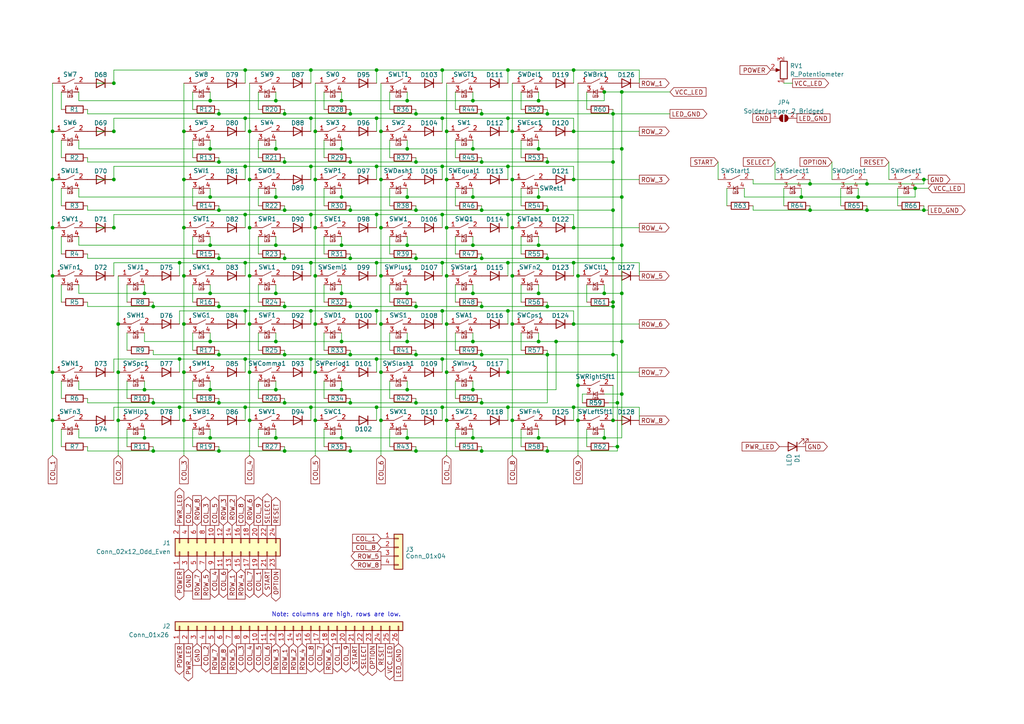
<source format=kicad_sch>
(kicad_sch (version 20231120) (generator "eeschema") (generator_version "8.0")
  (paper "A4")
  (title_block (title "Decent XE Keyboard - Vintage") (date "2024-06-22") (rev "15") (company "Decent Consulting"))
  (junction (at 158.75 102.87))
  (junction (at 128.27 48.26))
  (junction (at 63.5 88.9))
  (junction (at 99.06 113.03))
  (junction (at 82.55 60.96))
  (junction (at 80.01 113.03))
  (junction (at 267.97 52.07))
  (junction (at 60.96 57.15))
  (junction (at 110.49 93.98))
  (junction (at 91.44 38.1))
  (junction (at 72.39 107.95))
  (junction (at 118.11 85.09))
  (junction (at 177.8 88.9))
  (junction (at 156.21 85.09))
  (junction (at 60.96 71.12))
  (junction (at 99.06 57.15))
  (junction (at 90.17 62.23))
  (junction (at 110.49 66.04))
  (junction (at 63.5 130.81))
  (junction (at 148.59 121.92))
  (junction (at 80.01 85.09))
  (junction (at 33.02 24.13))
  (junction (at 109.22 48.26))
  (junction (at 99.06 127))
  (junction (at 166.37 93.98))
  (junction (at 118.11 113.03))
  (junction (at 267.97 60.96))
  (junction (at 139.7 46.99))
  (junction (at 129.54 38.1))
  (junction (at 180.34 114.3))
  (junction (at 101.6 33.02))
  (junction (at 147.32 118.11))
  (junction (at 129.54 121.92))
  (junction (at 101.6 116.84))
  (junction (at 53.34 80.01))
  (junction (at 101.6 74.93))
  (junction (at 109.22 76.2))
  (junction (at 101.6 102.87))
  (junction (at 139.7 74.93))
  (junction (at 129.54 80.01))
  (junction (at 110.49 107.95))
  (junction (at 156.21 71.12))
  (junction (at 52.07 104.14))
  (junction (at 109.22 90.17))
  (junction (at 139.7 116.84))
  (junction (at 15.24 52.07))
  (junction (at 41.91 113.03))
  (junction (at 118.11 99.06))
  (junction (at 156.21 57.15))
  (junction (at 44.45 116.84))
  (junction (at 177.8 74.93))
  (junction (at 109.22 104.14))
  (junction (at 44.45 88.9))
  (junction (at 251.46 53.34))
  (junction (at 72.39 121.92))
  (junction (at 101.6 88.9))
  (junction (at 53.34 38.1))
  (junction (at 82.55 74.93))
  (junction (at 60.96 43.18))
  (junction (at 180.34 71.12))
  (junction (at 156.21 127))
  (junction (at 91.44 80.01))
  (junction (at 147.32 34.29))
  (junction (at 91.44 66.04))
  (junction (at 80.01 57.15))
  (junction (at 129.54 66.04))
  (junction (at 110.49 38.1))
  (junction (at 53.34 107.95))
  (junction (at 52.07 76.2))
  (junction (at 166.37 20.32))
  (junction (at 82.55 116.84))
  (junction (at 72.39 38.1))
  (junction (at 120.65 46.99))
  (junction (at 90.17 76.2))
  (junction (at 167.64 121.92))
  (junction (at 167.64 111.76))
  (junction (at 166.37 38.1))
  (junction (at 82.55 88.9))
  (junction (at 177.8 60.96))
  (junction (at 248.92 57.15))
  (junction (at 139.7 88.9))
  (junction (at 166.37 76.2))
  (junction (at 129.54 52.07))
  (junction (at 53.34 93.98))
  (junction (at 90.17 118.11))
  (junction (at 71.12 48.26))
  (junction (at 109.22 20.32))
  (junction (at 148.59 80.01))
  (junction (at 33.02 52.07))
  (junction (at 158.75 130.81))
  (junction (at 110.49 52.07))
  (junction (at 148.59 52.07))
  (junction (at 180.34 99.06))
  (junction (at 71.12 76.2))
  (junction (at 34.29 93.98))
  (junction (at 71.12 62.23))
  (junction (at 63.5 33.02))
  (junction (at 180.34 85.09))
  (junction (at 120.65 102.87))
  (junction (at 60.96 85.09))
  (junction (at 128.27 34.29))
  (junction (at 156.21 99.06))
  (junction (at 166.37 52.07))
  (junction (at 177.8 87.63))
  (junction (at 120.65 130.81))
  (junction (at 148.59 38.1))
  (junction (at 99.06 99.06))
  (junction (at 166.37 118.11))
  (junction (at 175.26 26.67))
  (junction (at 15.24 121.92))
  (junction (at 82.55 102.87))
  (junction (at 63.5 46.99))
  (junction (at 158.75 88.9))
  (junction (at 147.32 20.32))
  (junction (at 101.6 46.99))
  (junction (at 33.02 38.1))
  (junction (at 63.5 74.93))
  (junction (at 166.37 66.04))
  (junction (at 175.26 127))
  (junction (at 137.16 57.15))
  (junction (at 71.12 90.17))
  (junction (at 63.5 116.84))
  (junction (at 60.96 113.03))
  (junction (at 118.11 43.18))
  (junction (at 118.11 71.12))
  (junction (at 82.55 46.99))
  (junction (at 60.96 29.21))
  (junction (at 137.16 127))
  (junction (at 52.07 118.11))
  (junction (at 91.44 107.95))
  (junction (at 147.32 107.95))
  (junction (at 139.7 33.02))
  (junction (at 161.29 99.06))
  (junction (at 177.8 33.02))
  (junction (at 60.96 127))
  (junction (at 80.01 99.06))
  (junction (at 60.96 99.06))
  (junction (at 120.65 116.84))
  (junction (at 71.12 34.29))
  (junction (at 139.7 60.96))
  (junction (at 179.07 116.84))
  (junction (at 15.24 80.01))
  (junction (at 72.39 52.07))
  (junction (at 128.27 104.14))
  (junction (at 99.06 85.09))
  (junction (at 177.8 102.87))
  (junction (at 71.12 118.11))
  (junction (at 158.75 60.96))
  (junction (at 101.6 60.96))
  (junction (at 128.27 62.23))
  (junction (at 33.02 66.04))
  (junction (at 148.59 66.04))
  (junction (at 129.54 93.98))
  (junction (at 156.21 43.18))
  (junction (at 99.06 71.12))
  (junction (at 137.16 85.09))
  (junction (at 34.29 121.92))
  (junction (at 129.54 107.95))
  (junction (at 110.49 121.92))
  (junction (at 128.27 20.32))
  (junction (at 90.17 20.32))
  (junction (at 109.22 62.23))
  (junction (at 156.21 29.21))
  (junction (at 41.91 85.09))
  (junction (at 110.49 80.01))
  (junction (at 15.24 107.95))
  (junction (at 72.39 66.04))
  (junction (at 109.22 118.11))
  (junction (at 177.8 121.92))
  (junction (at 53.34 121.92))
  (junction (at 90.17 48.26))
  (junction (at 90.17 34.29))
  (junction (at 180.34 43.18))
  (junction (at 147.32 48.26))
  (junction (at 179.07 129.54))
  (junction (at 158.75 46.99))
  (junction (at 139.7 130.81))
  (junction (at 72.39 80.01))
  (junction (at 82.55 33.02))
  (junction (at 63.5 102.87))
  (junction (at 139.7 102.87))
  (junction (at 80.01 127))
  (junction (at 99.06 29.21))
  (junction (at 180.34 57.15))
  (junction (at 137.16 99.06))
  (junction (at 148.59 93.98))
  (junction (at 118.11 57.15))
  (junction (at 147.32 76.2))
  (junction (at 118.11 29.21))
  (junction (at 53.34 66.04))
  (junction (at 80.01 43.18))
  (junction (at 71.12 104.14))
  (junction (at 120.65 60.96))
  (junction (at 158.75 33.02))
  (junction (at 82.55 130.81))
  (junction (at 44.45 130.81))
  (junction (at 99.06 43.18))
  (junction (at 63.5 60.96))
  (junction (at 175.26 85.09))
  (junction (at 90.17 90.17))
  (junction (at 251.46 60.96))
  (junction (at 15.24 38.1))
  (junction (at 120.65 74.93))
  (junction (at 91.44 93.98))
  (junction (at 158.75 74.93))
  (junction (at 128.27 90.17))
  (junction (at 180.34 26.67))
  (junction (at 265.43 54.61))
  (junction (at 167.64 80.01))
  (junction (at 80.01 71.12))
  (junction (at 137.16 71.12))
  (junction (at 137.16 29.21))
  (junction (at 147.32 62.23))
  (junction (at 91.44 121.92))
  (junction (at 120.65 33.02))
  (junction (at 147.32 90.17))
  (junction (at 101.6 130.81))
  (junction (at 120.65 88.9))
  (junction (at 234.95 60.96))
  (junction (at 232.41 57.15))
  (junction (at 128.27 76.2))
  (junction (at 234.95 53.34))
  (junction (at 80.01 29.21))
  (junction (at 109.22 34.29))
  (junction (at 71.12 20.32))
  (junction (at 15.24 66.04))
  (junction (at 137.16 113.03))
  (junction (at 90.17 104.14))
  (junction (at 34.29 107.95))
  (junction (at 41.91 127))
  (junction (at 91.44 52.07))
  (junction (at 53.34 52.07))
  (junction (at 177.8 46.99))
  (junction (at 118.11 127))
  (junction (at 128.27 118.11))
  (junction (at 72.39 93.98))
  (junction (at 137.16 43.18))
  (wire (pts (xy 99.06 127) (xy 99.06 124.46)))
  (wire (pts (xy 139.7 101.6) (xy 139.7 102.87)))
  (wire (pts (xy 137.16 57.15) (xy 137.16 54.61)))
  (wire (pts (xy 158.75 129.54) (xy 158.75 130.81)))
  (wire (pts (xy 166.37 118.11) (xy 166.37 121.92)))
  (wire (pts (xy 101.6 60.96) (xy 101.6 59.69)))
  (wire (pts (xy 71.12 90.17) (xy 71.12 93.98)))
  (wire (pts (xy 60.96 127) (xy 41.91 127)))
  (wire (pts (xy 109.22 90.17) (xy 109.22 93.98)))
  (wire (pts (xy 90.17 62.23) (xy 90.17 66.04)))
  (wire (pts (xy 148.59 80.01) (xy 148.59 93.98)))
  (wire (pts (xy 90.17 62.23) (xy 109.22 62.23)))
  (wire (pts (xy 22.86 71.12) (xy 22.86 68.58)))
  (wire (pts (xy 260.35 54.61) (xy 260.35 59.69)))
  (wire (pts (xy 52.07 76.2) (xy 71.12 76.2)))
  (wire (pts (xy 137.16 43.18) (xy 156.21 43.18)))
  (wire (pts (xy 93.98 40.64) (xy 93.98 45.72)))
  (wire (pts (xy 167.64 121.92) (xy 167.64 132.08)))
  (wire (pts (xy 60.96 29.21) (xy 60.96 26.67)))
  (wire (pts (xy 118.11 85.09) (xy 99.06 85.09)))
  (wire (pts (xy 60.96 43.18) (xy 60.96 40.64)))
  (wire (pts (xy 33.02 34.29) (xy 71.12 34.29)))
  (wire (pts (xy 91.44 121.92) (xy 91.44 132.08)))
  (wire (pts (xy 52.07 104.14) (xy 52.07 107.95)))
  (wire (pts (xy 118.11 82.55) (xy 118.11 85.09)))
  (wire (pts (xy 22.86 85.09) (xy 22.86 82.55)))
  (wire (pts (xy 180.34 57.15) (xy 156.21 57.15)))
  (wire (pts (xy 41.91 99.06) (xy 41.91 96.52)))
  (wire (pts (xy 63.5 130.81) (xy 63.5 129.54)))
  (wire (pts (xy 34.29 121.92) (xy 34.29 132.08)))
  (wire (pts (xy 180.34 85.09) (xy 180.34 99.06)))
  (wire (pts (xy 179.07 116.84) (xy 179.07 102.87)))
  (wire (pts (xy 25.4 60.96) (xy 63.5 60.96)))
  (wire (pts (xy 60.96 57.15) (xy 22.86 57.15)))
  (wire (pts (xy 90.17 34.29) (xy 109.22 34.29)))
  (wire (pts (xy 63.5 88.9) (xy 44.45 88.9)))
  (wire (pts (xy 118.11 85.09) (xy 137.16 85.09)))
  (wire (pts (xy 148.59 24.13) (xy 148.59 38.1)))
  (wire (pts (xy 52.07 76.2) (xy 52.07 80.01)))
  (wire (pts (xy 120.65 115.57) (xy 120.65 116.84)))
  (wire (pts (xy 80.01 57.15) (xy 60.96 57.15)))
  (wire (pts (xy 33.02 80.01) (xy 33.02 76.2)))
  (wire (pts (xy 22.86 43.18) (xy 22.86 40.64)))
  (wire (pts (xy 99.06 29.21) (xy 99.06 26.67)))
  (wire (pts (xy 33.02 48.26) (xy 71.12 48.26)))
  (wire (pts (xy 82.55 102.87) (xy 82.55 101.6)))
  (wire (pts (xy 139.7 60.96) (xy 158.75 60.96)))
  (wire (pts (xy 41.91 113.03) (xy 22.86 113.03)))
  (wire (pts (xy 148.59 66.04) (xy 148.59 80.01)))
  (wire (pts (xy 147.32 48.26) (xy 166.37 48.26)))
  (wire (pts (xy 147.32 20.32) (xy 166.37 20.32)))
  (wire (pts (xy 33.02 52.07) (xy 33.02 48.26)))
  (wire (pts (xy 185.42 118.11) (xy 185.42 121.92)))
  (wire (pts (xy 27.94 52.07) (xy 33.02 52.07)))
  (wire (pts (xy 234.95 53.34) (xy 251.46 53.34)))
  (wire (pts (xy 147.32 118.11) (xy 147.32 121.92)))
  (wire (pts (xy 99.06 43.18) (xy 99.06 40.64)))
  (wire (pts (xy 55.88 26.67) (xy 55.88 31.75)))
  (wire (pts (xy 101.6 33.02) (xy 120.65 33.02)))
  (wire (pts (xy 71.12 62.23) (xy 90.17 62.23)))
  (wire (pts (xy 118.11 29.21) (xy 118.11 26.67)))
  (wire (pts (xy 22.86 127) (xy 22.86 124.46)))
  (wire (pts (xy 72.39 24.13) (xy 72.39 38.1)))
  (wire (pts (xy 118.11 71.12) (xy 137.16 71.12)))
  (wire (pts (xy 120.65 33.02) (xy 139.7 33.02)))
  (wire (pts (xy 120.65 31.75) (xy 120.65 33.02)))
  (wire (pts (xy 71.12 62.23) (xy 71.12 66.04)))
  (wire (pts (xy 63.5 33.02) (xy 25.4 33.02)))
  (wire (pts (xy 156.21 124.46) (xy 156.21 127)))
  (wire (pts (xy 80.01 43.18) (xy 60.96 43.18)))
  (wire (pts (xy 93.98 54.61) (xy 93.98 59.69)))
  (wire (pts (xy 137.16 110.49) (xy 137.16 113.03)))
  (wire (pts (xy 71.12 34.29) (xy 71.12 38.1)))
  (wire (pts (xy 93.98 96.52) (xy 93.98 101.6)))
  (wire (pts (xy 132.08 68.58) (xy 132.08 73.66)))
  (wire (pts (xy 128.27 48.26) (xy 128.27 52.07)))
  (wire (pts (xy 167.64 80.01) (xy 167.64 111.76)))
  (wire (pts (xy 129.54 52.07) (xy 129.54 66.04)))
  (wire (pts (xy 55.88 40.64) (xy 55.88 45.72)))
  (wire (pts (xy 158.75 74.93) (xy 177.8 74.93)))
  (wire (pts (xy 74.93 54.61) (xy 74.93 59.69)))
  (wire (pts (xy 139.7 33.02) (xy 158.75 33.02)))
  (wire (pts (xy 128.27 76.2) (xy 128.27 80.01)))
  (wire (pts (xy 166.37 90.17) (xy 166.37 93.98)))
  (wire (pts (xy 137.16 71.12) (xy 137.16 68.58)))
  (wire (pts (xy 74.93 26.67) (xy 74.93 31.75)))
  (wire (pts (xy 257.81 46.99) (xy 257.81 52.07)))
  (wire (pts (xy 218.44 53.34) (xy 234.95 53.34)))
  (wire (pts (xy 71.12 20.32) (xy 90.17 20.32)))
  (wire (pts (xy 34.29 107.95) (xy 34.29 121.92)))
  (wire (pts (xy 120.65 102.87) (xy 139.7 102.87)))
  (wire (pts (xy 161.29 113.03) (xy 161.29 99.06)))
  (wire (pts (xy 156.21 127) (xy 175.26 127)))
  (wire (pts (xy 99.06 71.12) (xy 80.01 71.12)))
  (wire (pts (xy 137.16 57.15) (xy 118.11 57.15)))
  (wire (pts (xy 27.94 38.1) (xy 33.02 38.1)))
  (wire (pts (xy 60.96 113.03) (xy 41.91 113.03)))
  (wire (pts (xy 63.5 60.96) (xy 63.5 59.69)))
  (wire (pts (xy 156.21 29.21) (xy 156.21 26.67)))
  (wire (pts (xy 180.34 71.12) (xy 156.21 71.12)))
  (wire (pts (xy 137.16 43.18) (xy 118.11 43.18)))
  (wire (pts (xy 60.96 57.15) (xy 60.96 54.61)))
  (wire (pts (xy 139.7 130.81) (xy 120.65 130.81)))
  (wire (pts (xy 90.17 104.14) (xy 90.17 107.95)))
  (wire (pts (xy 82.55 130.81) (xy 82.55 129.54)))
  (wire (pts (xy 158.75 60.96) (xy 158.75 59.69)))
  (wire (pts (xy 15.24 107.95) (xy 15.24 121.92)))
  (wire (pts (xy 25.4 33.02) (xy 25.4 31.75)))
  (wire (pts (xy 63.5 46.99) (xy 63.5 45.72)))
  (wire (pts (xy 109.22 104.14) (xy 128.27 104.14)))
  (wire (pts (xy 53.34 93.98) (xy 53.34 107.95)))
  (wire (pts (xy 63.5 102.87) (xy 44.45 102.87)))
  (wire (pts (xy 166.37 93.98) (xy 185.42 93.98)))
  (wire (pts (xy 15.24 38.1) (xy 15.24 52.07)))
  (wire (pts (xy 267.97 59.69) (xy 267.97 60.96)))
  (wire (pts (xy 147.32 76.2) (xy 166.37 76.2)))
  (wire (pts (xy 158.75 102.87) (xy 158.75 116.84)))
  (wire (pts (xy 99.06 85.09) (xy 80.01 85.09)))
  (wire (pts (xy 110.49 93.98) (xy 110.49 107.95)))
  (wire (pts (xy 90.17 20.32) (xy 90.17 24.13)))
  (wire (pts (xy 33.02 66.04) (xy 33.02 62.23)))
  (wire (pts (xy 41.91 127) (xy 22.86 127)))
  (wire (pts (xy 132.08 124.46) (xy 132.08 129.54)))
  (wire (pts (xy 93.98 110.49) (xy 93.98 115.57)))
  (wire (pts (xy 137.16 96.52) (xy 137.16 99.06)))
  (wire (pts (xy 132.08 82.55) (xy 132.08 87.63)))
  (wire (pts (xy 80.01 29.21) (xy 80.01 26.67)))
  (wire (pts (xy 251.46 53.34) (xy 251.46 52.07)))
  (wire (pts (xy 60.96 85.09) (xy 41.91 85.09)))
  (wire (pts (xy 120.65 74.93) (xy 139.7 74.93)))
  (wire (pts (xy 33.02 20.32) (xy 71.12 20.32)))
  (wire (pts (xy 148.59 38.1) (xy 148.59 52.07)))
  (wire (pts (xy 147.32 48.26) (xy 147.32 52.07)))
  (wire (pts (xy 99.06 113.03) (xy 80.01 113.03)))
  (wire (pts (xy 129.54 121.92) (xy 129.54 132.08)))
  (wire (pts (xy 118.11 57.15) (xy 118.11 54.61)))
  (wire (pts (xy 91.44 38.1) (xy 91.44 52.07)))
  (wire (pts (xy 180.34 26.67) (xy 180.34 43.18)))
  (wire (pts (xy 128.27 76.2) (xy 147.32 76.2)))
  (wire (pts (xy 60.96 71.12) (xy 60.96 68.58)))
  (wire (pts (xy 60.96 99.06) (xy 60.96 96.52)))
  (wire (pts (xy 128.27 20.32) (xy 128.27 24.13)))
  (wire (pts (xy 175.26 29.21) (xy 156.21 29.21)))
  (wire (pts (xy 82.55 45.72) (xy 82.55 46.99)))
  (wire (pts (xy 71.12 34.29) (xy 90.17 34.29)))
  (wire (pts (xy 180.34 71.12) (xy 180.34 85.09)))
  (wire (pts (xy 151.13 68.58) (xy 151.13 73.66)))
  (wire (pts (xy 113.03 68.58) (xy 113.03 73.66)))
  (wire (pts (xy 63.5 116.84) (xy 44.45 116.84)))
  (wire (pts (xy 128.27 118.11) (xy 128.27 121.92)))
  (wire (pts (xy 60.96 71.12) (xy 22.86 71.12)))
  (wire (pts (xy 41.91 127) (xy 41.91 124.46)))
  (wire (pts (xy 129.54 66.04) (xy 129.54 80.01)))
  (wire (pts (xy 166.37 52.07) (xy 185.42 52.07)))
  (wire (pts (xy 156.21 43.18) (xy 156.21 40.64)))
  (wire (pts (xy 120.65 73.66) (xy 120.65 74.93)))
  (wire (pts (xy 166.37 48.26) (xy 166.37 52.07)))
  (wire (pts (xy 137.16 99.06) (xy 156.21 99.06)))
  (wire (pts (xy 118.11 127) (xy 99.06 127)))
  (wire (pts (xy 80.01 127) (xy 60.96 127)))
  (wire (pts (xy 25.4 130.81) (xy 25.4 129.54)))
  (wire (pts (xy 156.21 85.09) (xy 175.26 85.09)))
  (wire (pts (xy 158.75 102.87) (xy 158.75 101.6)))
  (wire (pts (xy 118.11 43.18) (xy 99.06 43.18)))
  (wire (pts (xy 101.6 74.93) (xy 101.6 73.66)))
  (wire (pts (xy 15.24 80.01) (xy 15.24 107.95)))
  (wire (pts (xy 90.17 90.17) (xy 90.17 93.98)))
  (wire (pts (xy 44.45 88.9) (xy 44.45 87.63)))
  (wire (pts (xy 99.06 113.03) (xy 99.06 110.49)))
  (wire (pts (xy 137.16 40.64) (xy 137.16 43.18)))
  (wire (pts (xy 53.34 66.04) (xy 53.34 80.01)))
  (wire (pts (xy 91.44 52.07) (xy 91.44 66.04)))
  (wire (pts (xy 109.22 76.2) (xy 109.22 80.01)))
  (wire (pts (xy 63.5 33.02) (xy 63.5 31.75)))
  (wire (pts (xy 137.16 113.03) (xy 161.29 113.03)))
  (wire (pts (xy 120.65 102.87) (xy 101.6 102.87)))
  (wire (pts (xy 91.44 107.95) (xy 91.44 121.92)))
  (wire (pts (xy 137.16 71.12) (xy 156.21 71.12)))
  (wire (pts (xy 147.32 90.17) (xy 147.32 93.98)))
  (wire (pts (xy 128.27 104.14) (xy 147.32 104.14)))
  (wire (pts (xy 74.93 82.55) (xy 74.93 87.63)))
  (wire (pts (xy 25.4 46.99) (xy 25.4 45.72)))
  (wire (pts (xy 132.08 96.52) (xy 132.08 101.6)))
  (wire (pts (xy 17.78 82.55) (xy 17.78 87.63)))
  (wire (pts (xy 129.54 80.01) (xy 129.54 93.98)))
  (wire (pts (xy 101.6 46.99) (xy 101.6 45.72)))
  (wire (pts (xy 90.17 104.14) (xy 109.22 104.14)))
  (wire (pts (xy 166.37 62.23) (xy 166.37 66.04)))
  (wire (pts (xy 90.17 76.2) (xy 90.17 80.01)))
  (wire (pts (xy 82.55 130.81) (xy 63.5 130.81)))
  (wire (pts (xy 113.03 110.49) (xy 113.03 115.57)))
  (wire (pts (xy 180.34 127) (xy 175.26 127)))
  (wire (pts (xy 139.7 102.87) (xy 158.75 102.87)))
  (wire (pts (xy 74.93 96.52) (xy 74.93 101.6)))
  (wire (pts (xy 118.11 71.12) (xy 99.06 71.12)))
  (wire (pts (xy 148.59 121.92) (xy 148.59 132.08)))
  (wire (pts (xy 27.94 66.04) (xy 33.02 66.04)))
  (wire (pts (xy 82.55 88.9) (xy 63.5 88.9)))
  (wire (pts (xy 128.27 20.32) (xy 147.32 20.32)))
  (wire (pts (xy 44.45 130.81) (xy 25.4 130.81)))
  (wire (pts (xy 82.55 116.84) (xy 82.55 115.57)))
  (wire (pts (xy 99.06 99.06) (xy 99.06 96.52)))
  (wire (pts (xy 215.9 54.61) (xy 215.9 57.15)))
  (wire (pts (xy 166.37 66.04) (xy 185.42 66.04)))
  (wire (pts (xy 99.06 85.09) (xy 99.06 82.55)))
  (wire (pts (xy 180.34 57.15) (xy 180.34 71.12)))
  (wire (pts (xy 15.24 52.07) (xy 15.24 66.04)))
  (wire (pts (xy 177.8 88.9) (xy 177.8 87.63)))
  (wire (pts (xy 101.6 88.9) (xy 101.6 87.63)))
  (wire (pts (xy 265.43 54.61) (xy 269.24 54.61)))
  (wire (pts (xy 137.16 127) (xy 137.16 124.46)))
  (wire (pts (xy 53.34 121.92) (xy 53.34 132.08)))
  (wire (pts (xy 177.8 46.99) (xy 177.8 60.96)))
  (wire (pts (xy 210.82 54.61) (xy 210.82 59.69)))
  (wire (pts (xy 180.34 26.67) (xy 194.31 26.67)))
  (wire (pts (xy 101.6 130.81) (xy 82.55 130.81)))
  (wire (pts (xy 158.75 130.81) (xy 139.7 130.81)))
  (wire (pts (xy 27.94 24.13) (xy 33.02 24.13)))
  (wire (pts (xy 71.12 104.14) (xy 71.12 107.95)))
  (wire (pts (xy 33.02 121.92) (xy 33.02 118.11)))
  (wire (pts (xy 170.18 114.3) (xy 168.91 114.3)))
  (wire (pts (xy 82.55 60.96) (xy 101.6 60.96)))
  (wire (pts (xy 36.83 96.52) (xy 36.83 101.6)))
  (wire (pts (xy 128.27 90.17) (xy 147.32 90.17)))
  (wire (pts (xy 241.3 46.99) (xy 241.3 52.07)))
  (wire (pts (xy 128.27 118.11) (xy 147.32 118.11)))
  (wire (pts (xy 118.11 99.06) (xy 99.06 99.06)))
  (wire (pts (xy 53.34 24.13) (xy 53.34 38.1)))
  (wire (pts (xy 72.39 93.98) (xy 72.39 107.95)))
  (wire (pts (xy 63.5 130.81) (xy 44.45 130.81)))
  (wire (pts (xy 52.07 93.98) (xy 52.07 90.17)))
  (wire (pts (xy 15.24 66.04) (xy 15.24 80.01)))
  (wire (pts (xy 82.55 74.93) (xy 82.55 73.66)))
  (wire (pts (xy 109.22 20.32) (xy 109.22 24.13)))
  (wire (pts (xy 234.95 60.96) (xy 234.95 59.69)))
  (wire (pts (xy 109.22 20.32) (xy 128.27 20.32)))
  (wire (pts (xy 168.91 114.3) (xy 168.91 116.84)))
  (wire (pts (xy 118.11 127) (xy 118.11 124.46)))
  (wire (pts (xy 128.27 104.14) (xy 128.27 107.95)))
  (wire (pts (xy 170.18 26.67) (xy 170.18 31.75)))
  (wire (pts (xy 71.12 20.32) (xy 71.12 24.13)))
  (wire (pts (xy 74.93 110.49) (xy 74.93 115.57)))
  (wire (pts (xy 36.83 124.46) (xy 36.83 129.54)))
  (wire (pts (xy 118.11 57.15) (xy 99.06 57.15)))
  (wire (pts (xy 74.93 40.64) (xy 74.93 45.72)))
  (wire (pts (xy 158.75 45.72) (xy 158.75 46.99)))
  (wire (pts (xy 139.7 46.99) (xy 158.75 46.99)))
  (wire (pts (xy 110.49 66.04) (xy 110.49 80.01)))
  (wire (pts (xy 25.4 116.84) (xy 25.4 115.57)))
  (wire (pts (xy 55.88 68.58) (xy 55.88 73.66)))
  (wire (pts (xy 15.24 121.92) (xy 15.24 132.08)))
  (wire (pts (xy 99.06 127) (xy 80.01 127)))
  (wire (pts (xy 72.39 66.04) (xy 72.39 80.01)))
  (wire (pts (xy 93.98 82.55) (xy 93.98 87.63)))
  (wire (pts (xy 113.03 96.52) (xy 113.03 101.6)))
  (wire (pts (xy 22.86 29.21) (xy 22.86 26.67)))
  (wire (pts (xy 139.7 115.57) (xy 139.7 116.84)))
  (wire (pts (xy 17.78 110.49) (xy 17.78 115.57)))
  (wire (pts (xy 113.03 26.67) (xy 113.03 31.75)))
  (wire (pts (xy 120.65 74.93) (xy 101.6 74.93)))
  (wire (pts (xy 55.88 110.49) (xy 55.88 115.57)))
  (wire (pts (xy 60.96 127) (xy 60.96 124.46)))
  (wire (pts (xy 110.49 121.92) (xy 110.49 132.08)))
  (wire (pts (xy 55.88 124.46) (xy 55.88 129.54)))
  (wire (pts (xy 72.39 121.92) (xy 72.39 132.08)))
  (wire (pts (xy 156.21 127) (xy 137.16 127)))
  (wire (pts (xy 82.55 74.93) (xy 63.5 74.93)))
  (wire (pts (xy 80.01 71.12) (xy 80.01 68.58)))
  (wire (pts (xy 147.32 34.29) (xy 147.32 38.1)))
  (wire (pts (xy 176.53 116.84) (xy 179.07 116.84)))
  (wire (pts (xy 109.22 48.26) (xy 109.22 52.07)))
  (wire (pts (xy 120.65 130.81) (xy 101.6 130.81)))
  (wire (pts (xy 167.64 24.13) (xy 167.64 80.01)))
  (wire (pts (xy 90.17 76.2) (xy 109.22 76.2)))
  (wire (pts (xy 17.78 124.46) (xy 17.78 129.54)))
  (wire (pts (xy 44.45 116.84) (xy 44.45 115.57)))
  (wire (pts (xy 170.18 124.46) (xy 170.18 129.54)))
  (wire (pts (xy 118.11 96.52) (xy 118.11 99.06)))
  (wire (pts (xy 132.08 54.61) (xy 132.08 59.69)))
  (wire (pts (xy 265.43 57.15) (xy 265.43 54.61)))
  (wire (pts (xy 110.49 52.07) (xy 110.49 66.04)))
  (wire (pts (xy 185.42 107.95) (xy 147.32 107.95)))
  (wire (pts (xy 132.08 26.67) (xy 132.08 31.75)))
  (wire (pts (xy 137.16 29.21) (xy 137.16 26.67)))
  (wire (pts (xy 151.13 82.55) (xy 151.13 87.63)))
  (wire (pts (xy 175.26 26.67) (xy 175.26 29.21)))
  (wire (pts (xy 158.75 74.93) (xy 158.75 73.66)))
  (wire (pts (xy 158.75 46.99) (xy 177.8 46.99)))
  (wire (pts (xy 139.7 116.84) (xy 158.75 116.84)))
  (wire (pts (xy 251.46 60.96) (xy 234.95 60.96)))
  (wire (pts (xy 148.59 93.98) (xy 148.59 121.92)))
  (wire (pts (xy 101.6 116.84) (xy 101.6 115.57)))
  (wire (pts (xy 151.13 54.61) (xy 151.13 59.69)))
  (wire (pts (xy 248.92 57.15) (xy 265.43 57.15)))
  (wire (pts (xy 33.02 76.2) (xy 52.07 76.2)))
  (wire (pts (xy 118.11 29.21) (xy 99.06 29.21)))
  (wire (pts (xy 175.26 85.09) (xy 180.34 85.09)))
  (wire (pts (xy 147.32 34.29) (xy 166.37 34.29)))
  (wire (pts (xy 74.93 68.58) (xy 74.93 73.66)))
  (wire (pts (xy 120.65 116.84) (xy 139.7 116.84)))
  (wire (pts (xy 120.65 101.6) (xy 120.65 102.87)))
  (wire (pts (xy 90.17 118.11) (xy 109.22 118.11)))
  (wire (pts (xy 158.75 87.63) (xy 158.75 88.9)))
  (wire (pts (xy 99.06 99.06) (xy 80.01 99.06)))
  (wire (pts (xy 72.39 38.1) (xy 72.39 52.07)))
  (wire (pts (xy 71.12 118.11) (xy 71.12 121.92)))
  (wire (pts (xy 99.06 29.21) (xy 80.01 29.21)))
  (wire (pts (xy 60.96 29.21) (xy 22.86 29.21)))
  (wire (pts (xy 25.4 59.69) (xy 25.4 60.96)))
  (wire (pts (xy 25.4 88.9) (xy 25.4 87.63)))
  (wire (pts (xy 44.45 130.81) (xy 44.45 129.54)))
  (wire (pts (xy 139.7 33.02) (xy 139.7 31.75)))
  (wire (pts (xy 80.01 85.09) (xy 80.01 82.55)))
  (wire (pts (xy 147.32 90.17) (xy 166.37 90.17)))
  (wire (pts (xy 71.12 48.26) (xy 90.17 48.26)))
  (wire (pts (xy 118.11 68.58) (xy 118.11 71.12)))
  (wire (pts (xy 80.01 71.12) (xy 60.96 71.12)))
  (wire (pts (xy 267.97 53.34) (xy 251.46 53.34)))
  (wire (pts (xy 179.07 102.87) (xy 177.8 102.87)))
  (wire (pts (xy 93.98 26.67) (xy 93.98 31.75)))
  (wire (pts (xy 179.07 130.81) (xy 179.07 129.54)))
  (wire (pts (xy 139.7 46.99) (xy 139.7 45.72)))
  (wire (pts (xy 170.18 82.55) (xy 170.18 87.63)))
  (wire (pts (xy 80.01 43.18) (xy 80.01 40.64)))
  (wire (pts (xy 120.65 116.84) (xy 101.6 116.84)))
  (wire (pts (xy 139.7 130.81) (xy 139.7 129.54)))
  (wire (pts (xy 128.27 90.17) (xy 128.27 93.98)))
  (wire (pts (xy 80.01 127) (xy 80.01 124.46)))
  (wire (pts (xy 118.11 113.03) (xy 118.11 110.49)))
  (wire (pts (xy 63.5 74.93) (xy 63.5 73.66)))
  (wire (pts (xy 101.6 31.75) (xy 101.6 33.02)))
  (wire (pts (xy 101.6 74.93) (xy 82.55 74.93)))
  (wire (pts (xy 44.45 88.9) (xy 25.4 88.9)))
  (wire (pts (xy 110.49 80.01) (xy 110.49 93.98)))
  (wire (pts (xy 101.6 116.84) (xy 82.55 116.84)))
  (wire (pts (xy 151.13 96.52) (xy 151.13 101.6)))
  (wire (pts (xy 156.21 57.15) (xy 137.16 57.15)))
  (wire (pts (xy 166.37 118.11) (xy 185.42 118.11)))
  (wire (pts (xy 109.22 48.26) (xy 128.27 48.26)))
  (wire (pts (xy 251.46 60.96) (xy 251.46 59.69)))
  (wire (pts (xy 232.41 54.61) (xy 232.41 57.15)))
  (wire (pts (xy 234.95 52.07) (xy 234.95 53.34)))
  (wire (pts (xy 72.39 52.07) (xy 72.39 66.04)))
  (wire (pts (xy 71.12 104.14) (xy 90.17 104.14)))
  (wire (pts (xy 110.49 24.13) (xy 110.49 38.1)))
  (wire (pts (xy 215.9 57.15) (xy 232.41 57.15)))
  (wire (pts (xy 63.5 74.93) (xy 25.4 74.93)))
  (wire (pts (xy 109.22 90.17) (xy 128.27 90.17)))
  (wire (pts (xy 80.01 85.09) (xy 60.96 85.09)))
  (wire (pts (xy 101.6 102.87) (xy 101.6 101.6)))
  (wire (pts (xy 156.21 29.21) (xy 137.16 29.21)))
  (wire (pts (xy 158.75 88.9) (xy 177.8 88.9)))
  (wire (pts (xy 180.34 99.06) (xy 161.29 99.06)))
  (wire (pts (xy 109.22 34.29) (xy 128.27 34.29)))
  (wire (pts (xy 232.41 57.15) (xy 248.92 57.15)))
  (wire (pts (xy 25.4 74.93) (xy 25.4 73.66)))
  (wire (pts (xy 139.7 60.96) (xy 139.7 59.69)))
  (wire (pts (xy 120.65 46.99) (xy 120.65 45.72)))
  (wire (pts (xy 248.92 54.61) (xy 248.92 57.15)))
  (wire (pts (xy 82.55 102.87) (xy 63.5 102.87)))
  (wire (pts (xy 166.37 34.29) (xy 166.37 38.1)))
  (wire (pts (xy 227.33 24.13) (xy 229.87 24.13)))
  (wire (pts (xy 132.08 110.49) (xy 132.08 115.57)))
  (wire (pts (xy 36.83 110.49) (xy 36.83 115.57)))
  (wire (pts (xy 129.54 38.1) (xy 129.54 52.07)))
  (wire (pts (xy 33.02 38.1) (xy 33.02 34.29)))
  (wire (pts (xy 128.27 48.26) (xy 147.32 48.26)))
  (wire (pts (xy 80.01 57.15) (xy 80.01 54.61)))
  (wire (pts (xy 167.64 111.76) (xy 167.64 121.92)))
  (wire (pts (xy 82.55 33.02) (xy 63.5 33.02)))
  (wire (pts (xy 267.97 60.96) (xy 269.24 60.96)))
  (wire (pts (xy 113.03 124.46) (xy 113.03 129.54)))
  (wire (pts (xy 113.03 82.55) (xy 113.03 87.63)))
  (wire (pts (xy 80.01 113.03) (xy 60.96 113.03)))
  (wire (pts (xy 166.37 76.2) (xy 166.37 80.01)))
  (wire (pts (xy 180.34 43.18) (xy 180.34 57.15)))
  (wire (pts (xy 177.8 129.54) (xy 179.07 129.54)))
  (wire (pts (xy 109.22 118.11) (xy 109.22 121.92)))
  (wire (pts (xy 101.6 102.87) (xy 82.55 102.87)))
  (wire (pts (xy 120.65 88.9) (xy 101.6 88.9)))
  (wire (pts (xy 44.45 116.84) (xy 25.4 116.84)))
  (wire (pts (xy 82.55 46.99) (xy 101.6 46.99)))
  (wire (pts (xy 33.02 118.11) (xy 52.07 118.11)))
  (wire (pts (xy 185.42 76.2) (xy 185.42 80.01)))
  (wire (pts (xy 109.22 118.11) (xy 128.27 118.11)))
  (wire (pts (xy 139.7 74.93) (xy 158.75 74.93)))
  (wire (pts (xy 166.37 38.1) (xy 185.42 38.1)))
  (wire (pts (xy 180.34 114.3) (xy 175.26 114.3)))
  (wire (pts (xy 156.21 99.06) (xy 156.21 96.52)))
  (wire (pts (xy 91.44 93.98) (xy 91.44 107.95)))
  (wire (pts (xy 82.55 46.99) (xy 63.5 46.99)))
  (wire (pts (xy 33.02 107.95) (xy 33.02 104.14)))
  (wire (pts (xy 17.78 68.58) (xy 17.78 73.66)))
  (wire (pts (xy 147.32 76.2) (xy 147.32 80.01)))
  (wire (pts (xy 177.8 88.9) (xy 177.8 102.87)))
  (wire (pts (xy 218.44 53.34) (xy 218.44 52.07)))
  (wire (pts (xy 33.02 24.13) (xy 33.02 20.32)))
  (wire (pts (xy 148.59 52.07) (xy 148.59 66.04)))
  (wire (pts (xy 132.08 40.64) (xy 132.08 45.72)))
  (wire (pts (xy 137.16 127) (xy 118.11 127)))
  (wire (pts (xy 71.12 118.11) (xy 90.17 118.11)))
  (wire (pts (xy 90.17 20.32) (xy 109.22 20.32)))
  (wire (pts (xy 101.6 33.02) (xy 82.55 33.02)))
  (wire (pts (xy 99.06 57.15) (xy 99.06 54.61)))
  (wire (pts (xy 137.16 113.03) (xy 118.11 113.03)))
  (wire (pts (xy 22.86 113.03) (xy 22.86 110.49)))
  (wire (pts (xy 63.5 60.96) (xy 82.55 60.96)))
  (wire (pts (xy 224.79 46.99) (xy 224.79 52.07)))
  (wire (pts (xy 118.11 113.03) (xy 99.06 113.03)))
  (wire (pts (xy 147.32 20.32) (xy 147.32 24.13)))
  (wire (pts (xy 55.88 54.61) (xy 55.88 59.69)))
  (wire (pts (xy 158.75 130.81) (xy 179.07 130.81)))
  (wire (pts (xy 177.8 33.02) (xy 194.31 33.02)))
  (wire (pts (xy 99.06 43.18) (xy 80.01 43.18)))
  (wire (pts (xy 82.55 88.9) (xy 82.55 87.63)))
  (wire (pts (xy 208.28 46.99) (xy 208.28 52.07)))
  (wire (pts (xy 166.37 76.2) (xy 185.42 76.2)))
  (wire (pts (xy 118.11 99.06) (xy 137.16 99.06)))
  (wire (pts (xy 33.02 104.14) (xy 52.07 104.14)))
  (wire (pts (xy 91.44 24.13) (xy 91.44 38.1)))
  (wire (pts (xy 101.6 130.81) (xy 101.6 129.54)))
  (wire (pts (xy 161.29 99.06) (xy 156.21 99.06)))
  (wire (pts (xy 147.32 62.23) (xy 166.37 62.23)))
  (wire (pts (xy 267.97 60.96) (xy 251.46 60.96)))
  (wire (pts (xy 109.22 34.29) (xy 109.22 38.1)))
  (wire (pts (xy 137.16 82.55) (xy 137.16 85.09)))
  (wire (pts (xy 101.6 46.99) (xy 120.65 46.99)))
  (wire (pts (xy 90.17 48.26) (xy 109.22 48.26)))
  (wire (pts (xy 90.17 90.17) (xy 109.22 90.17)))
  (wire (pts (xy 218.44 60.96) (xy 218.44 59.69)))
  (wire (pts (xy 113.03 54.61) (xy 113.03 59.69)))
  (wire (pts (xy 63.5 88.9) (xy 63.5 87.63)))
  (wire (pts (xy 166.37 20.32) (xy 166.37 24.13)))
  (wire (pts (xy 227.33 54.61) (xy 227.33 59.69)))
  (wire (pts (xy 120.65 46.99) (xy 139.7 46.99)))
  (wire (pts (xy 91.44 66.04) (xy 91.44 80.01)))
  (wire (pts (xy 139.7 74.93) (xy 139.7 73.66)))
  (wire (pts (xy 175.26 85.09) (xy 175.26 82.55)))
  (wire (pts (xy 80.01 99.06) (xy 80.01 96.52)))
  (wire (pts (xy 15.24 24.13) (xy 15.24 38.1)))
  (wire (pts (xy 151.13 26.67) (xy 151.13 31.75)))
  (wire (pts (xy 17.78 54.61) (xy 17.78 59.69)))
  (wire (pts (xy 151.13 124.46) (xy 151.13 129.54)))
  (wire (pts (xy 139.7 87.63) (xy 139.7 88.9)))
  (wire (pts (xy 60.96 113.03) (xy 60.96 110.49)))
  (wire (pts (xy 53.34 38.1) (xy 53.34 52.07)))
  (wire (pts (xy 80.01 113.03) (xy 80.01 110.49)))
  (wire (pts (xy 243.84 54.61) (xy 243.84 59.69)))
  (wire (pts (xy 63.5 102.87) (xy 63.5 101.6)))
  (wire (pts (xy 158.75 33.02) (xy 158.75 31.75)))
  (wire (pts (xy 175.26 127) (xy 175.26 124.46)))
  (wire (pts (xy 80.01 29.21) (xy 60.96 29.21)))
  (wire (pts (xy 36.83 82.55) (xy 36.83 87.63)))
  (wire (pts (xy 63.5 116.84) (xy 63.5 115.57)))
  (wire (pts (xy 177.8 74.93) (xy 177.8 87.63)))
  (wire (pts (xy 55.88 96.52) (xy 55.88 101.6)))
  (wire (pts (xy 52.07 90.17) (xy 71.12 90.17)))
  (wire (pts (xy 71.12 76.2) (xy 90.17 76.2)))
  (wire (pts (xy 41.91 85.09) (xy 41.91 82.55)))
  (wire (pts (xy 177.8 60.96) (xy 177.8 74.93)))
  (wire (pts (xy 177.8 111.76) (xy 177.8 121.92)))
  (wire (pts (xy 120.65 130.81) (xy 120.65 129.54)))
  (wire (pts (xy 128.27 62.23) (xy 147.32 62.23)))
  (wire (pts (xy 53.34 52.07) (xy 53.34 66.04)))
  (wire (pts (xy 60.96 85.09) (xy 60.96 82.55)))
  (wire (pts (xy 177.8 33.02) (xy 177.8 46.99)))
  (wire (pts (xy 82.55 60.96) (xy 82.55 59.69)))
  (wire (pts (xy 44.45 102.87) (xy 44.45 101.6)))
  (wire (pts (xy 52.07 118.11) (xy 52.07 121.92)))
  (wire (pts (xy 55.88 82.55) (xy 55.88 87.63)))
  (wire (pts (xy 180.34 99.06) (xy 180.34 114.3)))
  (wire (pts (xy 177.8 33.02) (xy 177.8 31.75)))
  (wire (pts (xy 120.65 87.63) (xy 120.65 88.9)))
  (wire (pts (xy 120.65 60.96) (xy 139.7 60.96)))
  (wire (pts (xy 137.16 85.09) (xy 156.21 85.09)))
  (wire (pts (xy 33.02 62.23) (xy 71.12 62.23)))
  (wire (pts (xy 128.27 34.29) (xy 147.32 34.29)))
  (wire (pts (xy 71.12 76.2) (xy 71.12 80.01)))
  (wire (pts (xy 93.98 68.58) (xy 93.98 73.66)))
  (wire (pts (xy 101.6 60.96) (xy 120.65 60.96)))
  (wire (pts (xy 90.17 118.11) (xy 90.17 121.92)))
  (wire (pts (xy 147.32 118.11) (xy 166.37 118.11)))
  (wire (pts (xy 41.91 85.09) (xy 22.86 85.09)))
  (wire (pts (xy 90.17 34.29) (xy 90.17 38.1)))
  (wire (pts (xy 63.5 46.99) (xy 25.4 46.99)))
  (wire (pts (xy 52.07 118.11) (xy 71.12 118.11)))
  (wire (pts (xy 93.98 124.46) (xy 93.98 129.54)))
  (wire (pts (xy 82.55 116.84) (xy 63.5 116.84)))
  (wire (pts (xy 185.42 20.32) (xy 185.42 24.13)))
  (wire (pts (xy 90.17 48.26) (xy 90.17 52.07)))
  (wire (pts (xy 113.03 40.64) (xy 113.03 45.72)))
  (wire (pts (xy 52.07 104.14) (xy 71.12 104.14)))
  (wire (pts (xy 74.93 124.46) (xy 74.93 129.54)))
  (wire (pts (xy 71.12 48.26) (xy 71.12 52.07)))
  (wire (pts (xy 17.78 40.64) (xy 17.78 45.72)))
  (wire (pts (xy 72.39 107.95) (xy 72.39 121.92)))
  (wire (pts (xy 109.22 76.2) (xy 128.27 76.2)))
  (wire (pts (xy 137.16 29.21) (xy 118.11 29.21)))
  (wire (pts (xy 17.78 26.67) (xy 17.78 31.75)))
  (wire (pts (xy 177.8 102.87) (xy 158.75 102.87)))
  (wire (pts (xy 175.26 26.67) (xy 180.34 26.67)))
  (wire (pts (xy 267.97 52.07) (xy 267.97 53.34)))
  (wire (pts (xy 71.12 90.17) (xy 90.17 90.17)))
  (wire (pts (xy 128.27 62.23) (xy 128.27 66.04)))
  (wire (pts (xy 80.01 99.06) (xy 60.96 99.06)))
  (wire (pts (xy 110.49 107.95) (xy 110.49 121.92)))
  (wire (pts (xy 156.21 57.15) (xy 156.21 54.61)))
  (wire (pts (xy 109.22 62.23) (xy 109.22 66.04)))
  (wire (pts (xy 156.21 82.55) (xy 156.21 85.09)))
  (wire (pts (xy 156.21 71.12) (xy 156.21 68.58)))
  (wire (pts (xy 109.22 104.14) (xy 109.22 107.95)))
  (wire (pts (xy 53.34 107.95) (xy 53.34 121.92)))
  (wire (pts (xy 158.75 33.02) (xy 177.8 33.02)))
  (wire (pts (xy 267.97 52.07) (xy 269.24 52.07)))
  (wire (pts (xy 99.06 57.15) (xy 80.01 57.15)))
  (wire (pts (xy 101.6 88.9) (xy 82.55 88.9)))
  (wire (pts (xy 180.34 114.3) (xy 180.34 127)))
  (wire (pts (xy 129.54 24.13) (xy 129.54 38.1)))
  (wire (pts (xy 60.96 43.18) (xy 22.86 43.18)))
  (wire (pts (xy 60.96 99.06) (xy 41.91 99.06)))
  (wire (pts (xy 120.65 88.9) (xy 139.7 88.9)))
  (wire (pts (xy 151.13 40.64) (xy 151.13 45.72)))
  (wire (pts (xy 34.29 93.98) (xy 34.29 107.95)))
  (wire (pts (xy 128.27 34.29) (xy 128.27 38.1)))
  (wire (pts (xy 91.44 80.01) (xy 91.44 93.98)))
  (wire (pts (xy 147.32 62.23) (xy 147.32 66.04)))
  (wire (pts (xy 41.91 113.03) (xy 41.91 110.49)))
  (wire (pts (xy 158.75 60.96) (xy 177.8 60.96)))
  (wire (pts (xy 166.37 20.32) (xy 185.42 20.32)))
  (wire (pts (xy 120.65 60.96) (xy 120.65 59.69)))
  (wire (pts (xy 53.34 80.01) (xy 53.34 93.98)))
  (wire (pts (xy 156.21 43.18) (xy 180.34 43.18)))
  (wire (pts (xy 109.22 62.23) (xy 128.27 62.23)))
  (wire (pts (xy 72.39 80.01) (xy 72.39 93.98)))
  (wire (pts (xy 139.7 88.9) (xy 158.75 88.9)))
  (wire (pts (xy 34.29 80.01) (xy 34.29 93.98)))
  (wire (pts (xy 179.07 129.54) (xy 179.07 116.84)))
  (wire (pts (xy 129.54 93.98) (xy 129.54 107.95)))
  (wire (pts (xy 118.11 43.18) (xy 118.11 40.64)))
  (wire (pts (xy 82.55 33.02) (xy 82.55 31.75)))
  (wire (pts (xy 129.54 107.95) (xy 129.54 121.92)))
  (wire (pts (xy 147.32 104.14) (xy 147.32 107.95)))
  (wire (pts (xy 99.06 71.12) (xy 99.06 68.58)))
  (wire (pts (xy 22.86 57.15) (xy 22.86 54.61)))
  (wire (pts (xy 234.95 60.96) (xy 218.44 60.96)))
  (wire (pts (xy 110.49 38.1) (xy 110.49 52.07)))
  (text "Note: columns are high, rows are low." (at 78.74 179.07 0) (effects (font (size 1.27 1.27)) (justify left bottom)))
  (global_label "COL_4" (shape output) (at 62.23 165.1 270) (property "Intersheetrefs" "${INTERSHEET_REFS}" (effects (hide yes))))
  (global_label "ROW_3" (shape output) (at 185.42 52.07 0) (property "Intersheetrefs" "${INTERSHEET_REFS}" (effects (hide yes))))
  (global_label "ROW_1" (shape input) (at 67.31 165.1 270) (property "Intersheetrefs" "${INTERSHEET_REFS}" (effects (hide yes))))
  (global_label "COL_8" (shape input) (at 110.49 158.75 180) (property "Intersheetrefs" "${INTERSHEET_REFS}" (effects (hide yes))))
  (global_label "ROW_5" (shape input) (at 59.69 165.1 270) (property "Intersheetrefs" "${INTERSHEET_REFS}" (effects (hide yes))))
  (global_label "ROW_6" (shape input) (at 72.39 152.4 90) (property "Intersheetrefs" "${INTERSHEET_REFS}" (effects (hide yes))))
  (global_label "ROW_2" (shape output) (at 185.42 38.1 0) (property "Intersheetrefs" "${INTERSHEET_REFS}" (effects (hide yes))))
  (global_label "ROW_2" (shape input) (at 67.31 152.4 90) (property "Intersheetrefs" "${INTERSHEET_REFS}" (effects (hide yes))))
  (global_label "ROW_6" (shape output) (at 185.42 93.98 0) (property "Intersheetrefs" "${INTERSHEET_REFS}" (effects (hide yes))))
  (global_label "GND" (shape input) (at 54.61 165.1 270) (property "Intersheetrefs" "${INTERSHEET_REFS}" (effects (hide yes))))
  (global_label "COL_8" (shape output) (at 69.85 152.4 90) (property "Intersheetrefs" "${INTERSHEET_REFS}" (effects (hide yes))))
  (global_label "GND" (shape input) (at 57.15 186.69 270) (property "Intersheetrefs" "${INTERSHEET_REFS}" (effects (hide yes))))
  (global_label "ROW_5" (shape output) (at 185.42 80.01 0) (property "Intersheetrefs" "${INTERSHEET_REFS}" (effects (hide yes))))
  (global_label "LED_GND" (shape passive) (at 231.14 34.29 0) (property "Intersheetrefs" "${INTERSHEET_REFS}" (effects (hide yes))))
  (global_label "OPTION" (shape output) (at 107.95 186.69 270) (property "Intersheetrefs" "${INTERSHEET_REFS}" (effects (hide yes))))
  (global_label "COL_8" (shape input) (at 148.59 132.08 270) (property "Intersheetrefs" "${INTERSHEET_REFS}" (effects (hide yes))))
  (global_label "VCC_LED" (shape input) (at 194.31 26.67 0) (property "Intersheetrefs" "${INTERSHEET_REFS}" (effects (hide yes))))
  (global_label "OPTION" (shape input) (at 241.3 46.99 180) (property "Intersheetrefs" "${INTERSHEET_REFS}" (effects (hide yes))))
  (global_label "LED_GND" (shape input) (at 115.57 186.69 270) (property "Intersheetrefs" "${INTERSHEET_REFS}" (effects (hide yes))))
  (global_label "COL_9" (shape output) (at 74.93 152.4 90) (property "Intersheetrefs" "${INTERSHEET_REFS}" (effects (hide yes))))
  (global_label "GND" (shape output) (at 233.68 129.54 0) (property "Intersheetrefs" "${INTERSHEET_REFS}" (effects (hide yes))))
  (global_label "START" (shape output) (at 102.87 186.69 270) (property "Intersheetrefs" "${INTERSHEET_REFS}" (effects (hide yes))))
  (global_label "ROW_2" (shape input) (at 85.09 186.69 270) (property "Intersheetrefs" "${INTERSHEET_REFS}" (effects (hide yes))))
  (global_label "START" (shape input) (at 208.28 46.99 180) (property "Intersheetrefs" "${INTERSHEET_REFS}" (effects (hide yes))))
  (global_label "COL_7" (shape input) (at 129.54 132.08 270) (property "Intersheetrefs" "${INTERSHEET_REFS}" (effects (hide yes))))
  (global_label "LED_GND" (shape output) (at 269.24 60.96 0) (property "Intersheetrefs" "${INTERSHEET_REFS}" (effects (hide yes))))
  (global_label "ROW_1" (shape output) (at 185.42 24.13 0) (property "Intersheetrefs" "${INTERSHEET_REFS}" (effects (hide yes))))
  (global_label "COL_6" (shape output) (at 64.77 165.1 270) (property "Intersheetrefs" "${INTERSHEET_REFS}" (effects (hide yes))))
  (global_label "COL_8" (shape output) (at 90.17 186.69 270) (property "Intersheetrefs" "${INTERSHEET_REFS}" (effects (hide yes))))
  (global_label "ROW_5" (shape input) (at 67.31 186.69 270) (property "Intersheetrefs" "${INTERSHEET_REFS}" (effects (hide yes))))
  (global_label "VCC_LED" (shape input) (at 269.24 54.61 0) (property "Intersheetrefs" "${INTERSHEET_REFS}" (effects (hide yes))))
  (global_label "SELECT" (shape output) (at 105.41 186.69 270) (property "Intersheetrefs" "${INTERSHEET_REFS}" (effects (hide yes))))
  (global_label "COL_2" (shape output) (at 59.69 186.69 270) (property "Intersheetrefs" "${INTERSHEET_REFS}" (effects (hide yes))))
  (global_label "ROW_8" (shape input) (at 64.77 186.69 270) (property "Intersheetrefs" "${INTERSHEET_REFS}" (effects (hide yes))))
  (global_label "ROW_5" (shape output) (at 110.49 161.29 180) (property "Intersheetrefs" "${INTERSHEET_REFS}" (effects (hide yes))))
  (global_label "COL_3" (shape output) (at 69.85 186.69 270) (property "Intersheetrefs" "${INTERSHEET_REFS}" (effects (hide yes))))
  (global_label "OPTION" (shape output) (at 80.01 165.1 270) (property "Intersheetrefs" "${INTERSHEET_REFS}" (effects (hide yes))))
  (global_label "ROW_7" (shape input) (at 57.15 165.1 270) (property "Intersheetrefs" "${INTERSHEET_REFS}" (effects (hide yes))))
  (global_label "COL_1" (shape input) (at 110.49 156.21 180) (property "Intersheetrefs" "${INTERSHEET_REFS}" (effects (hide yes))))
  (global_label "SELECT" (shape output) (at 77.47 152.4 90) (property "Intersheetrefs" "${INTERSHEET_REFS}" (effects (hide yes))))
  (global_label "COL_5" (shape output) (at 74.93 186.69 270) (property "Intersheetrefs" "${INTERSHEET_REFS}" (effects (hide yes))))
  (global_label "START" (shape output) (at 77.47 165.1 270) (property "Intersheetrefs" "${INTERSHEET_REFS}" (effects (hide yes))))
  (global_label "COL_9" (shape output) (at 100.33 186.69 270) (property "Intersheetrefs" "${INTERSHEET_REFS}" (effects (hide yes))))
  (global_label "COL_6" (shape input) (at 110.49 132.08 270) (property "Intersheetrefs" "${INTERSHEET_REFS}" (effects (hide yes))))
  (global_label "PWR_LED" (shape output) (at 52.07 152.4 90) (property "Intersheetrefs" "${INTERSHEET_REFS}" (effects (hide yes))))
  (global_label "POWER" (shape input) (at 223.52 20.32 180) (property "Intersheetrefs" "${INTERSHEET_REFS}" (effects (hide yes))))
  (global_label "COL_5" (shape output) (at 62.23 152.4 90) (property "Intersheetrefs" "${INTERSHEET_REFS}" (effects (hide yes))))
  (global_label "COL_5" (shape input) (at 91.44 132.08 270) (property "Intersheetrefs" "${INTERSHEET_REFS}" (effects (hide yes))))
  (global_label "ROW_4" (shape output) (at 185.42 66.04 0) (property "Intersheetrefs" "${INTERSHEET_REFS}" (effects (hide yes))))
  (global_label "ROW_6" (shape input) (at 95.25 186.69 270) (property "Intersheetrefs" "${INTERSHEET_REFS}" (effects (hide yes))))
  (global_label "RESET" (shape output) (at 80.01 152.4 90) (property "Intersheetrefs" "${INTERSHEET_REFS}" (effects (hide yes))))
  (global_label "COL_2" (shape output) (at 54.61 152.4 90) (property "Intersheetrefs" "${INTERSHEET_REFS}" (effects (hide yes))))
  (global_label "COL_7" (shape output) (at 92.71 186.69 270) (property "Intersheetrefs" "${INTERSHEET_REFS}" (effects (hide yes))))
  (global_label "ROW_1" (shape input) (at 82.55 186.69 270) (property "Intersheetrefs" "${INTERSHEET_REFS}" (effects (hide yes))))
  (global_label "COL_4" (shape input) (at 72.39 132.08 270) (property "Intersheetrefs" "${INTERSHEET_REFS}" (effects (hide yes))))
  (global_label "PWR_LED" (shape input) (at 226.06 129.54 180) (property "Intersheetrefs" "${INTERSHEET_REFS}" (effects (hide yes))))
  (global_label "ROW_7" (shape output) (at 185.42 107.95 0) (property "Intersheetrefs" "${INTERSHEET_REFS}" (effects (hide yes))))
  (global_label "ROW_3" (shape input) (at 64.77 152.4 90) (property "Intersheetrefs" "${INTERSHEET_REFS}" (effects (hide yes))))
  (global_label "COL_1" (shape input) (at 15.24 132.08 270) (property "Intersheetrefs" "${INTERSHEET_REFS}" (effects (hide yes))))
  (global_label "COL_3" (shape input) (at 53.34 132.08 270) (property "Intersheetrefs" "${INTERSHEET_REFS}" (effects (hide yes))))
  (global_label "ROW_8" (shape input) (at 57.15 152.4 90) (property "Intersheetrefs" "${INTERSHEET_REFS}" (effects (hide yes))))
  (global_label "ROW_3" (shape input) (at 80.01 186.69 270) (property "Intersheetrefs" "${INTERSHEET_REFS}" (effects (hide yes))))
  (global_label "ROW_4" (shape input) (at 69.85 165.1 270) (property "Intersheetrefs" "${INTERSHEET_REFS}" (effects (hide yes))))
  (global_label "COL_4" (shape output) (at 72.39 186.69 270) (property "Intersheetrefs" "${INTERSHEET_REFS}" (effects (hide yes))))
  (global_label "POWER" (shape output) (at 52.07 186.69 270) (property "Intersheetrefs" "${INTERSHEET_REFS}" (effects (hide yes))))
  (global_label "SELECT" (shape input) (at 224.79 46.99 180) (property "Intersheetrefs" "${INTERSHEET_REFS}" (effects (hide yes))))
  (global_label "ROW_4" (shape input) (at 87.63 186.69 270) (property "Intersheetrefs" "${INTERSHEET_REFS}" (effects (hide yes))))
  (global_label "COL_9" (shape input) (at 167.64 132.08 270) (property "Intersheetrefs" "${INTERSHEET_REFS}" (effects (hide yes))))
  (global_label "RESET" (shape output) (at 110.49 186.69 270) (property "Intersheetrefs" "${INTERSHEET_REFS}" (effects (hide yes))))
  (global_label "POWER" (shape output) (at 52.07 165.1 270) (property "Intersheetrefs" "${INTERSHEET_REFS}" (effects (hide yes))))
  (global_label "PWR_LED" (shape output) (at 54.61 186.69 270) (property "Intersheetrefs" "${INTERSHEET_REFS}" (effects (hide yes))))
  (global_label "GND" (shape output) (at 269.24 52.07 0) (property "Intersheetrefs" "${INTERSHEET_REFS}" (effects (hide yes))))
  (global_label "COL_1" (shape output) (at 97.79 186.69 270) (property "Intersheetrefs" "${INTERSHEET_REFS}" (effects (hide yes))))
  (global_label "ROW_8" (shape output) (at 110.49 163.83 180) (property "Intersheetrefs" "${INTERSHEET_REFS}" (effects (hide yes))))
  (global_label "ROW_7" (shape input) (at 62.23 186.69 270) (property "Intersheetrefs" "${INTERSHEET_REFS}" (effects (hide yes))))
  (global_label "VCC_LED" (shape output) (at 113.03 186.69 270) (property "Intersheetrefs" "${INTERSHEET_REFS}" (effects (hide yes))))
  (global_label "COL_1" (shape output) (at 74.93 165.1 270) (property "Intersheetrefs" "${INTERSHEET_REFS}" (effects (hide yes))))
  (global_label "COL_6" (shape output) (at 77.47 186.69 270) (property "Intersheetrefs" "${INTERSHEET_REFS}" (effects (hide yes))))
  (global_label "GND" (shape passive) (at 223.52 34.29 180) (property "Intersheetrefs" "${INTERSHEET_REFS}" (effects (hide yes))))
  (global_label "COL_3" (shape output) (at 59.69 152.4 90) (property "Intersheetrefs" "${INTERSHEET_REFS}" (effects (hide yes))))
  (global_label "ROW_8" (shape output) (at 185.42 121.92 0) (property "Intersheetrefs" "${INTERSHEET_REFS}" (effects (hide yes))))
  (global_label "COL_2" (shape input) (at 34.29 132.08 270) (property "Intersheetrefs" "${INTERSHEET_REFS}" (effects (hide yes))))
  (global_label "RESET" (shape input) (at 257.81 46.99 180) (property "Intersheetrefs" "${INTERSHEET_REFS}" (effects (hide yes))))
  (global_label "LED_GND" (shape output) (at 194.31 33.02 0) (property "Intersheetrefs" "${INTERSHEET_REFS}" (effects (hide yes))))
  (global_label "COL_7" (shape output) (at 72.39 165.1 270) (property "Intersheetrefs" "${INTERSHEET_REFS}" (effects (hide yes))))
  (global_label "VCC_LED" (shape output) (at 229.87 24.13 0) (property "Intersheetrefs" "${INTERSHEET_REFS}" (effects (hide yes))))
  (symbol (lib_id "Device:LED") (at 229.87 129.54 180) (unit 1)
    (property "Reference" "D1" (at 231.2162 131.572 90) (effects (justify left)))
    (property "Value" "LED" (at 228.9048 131.572 90) (effects (justify left)))
    (property "Footprint" "LED_SMD:LED_0603_1608Metric" (effects (hide yes)))
    (property "JLCPCB Part #" "C2290" (effects (hide yes)))
  )
  (symbol (lib_id "Connector_Generic:Conn_02x12_Odd_Even") (at 64.77 160.02 90) (unit 1) (in_bom no)
    (property "Reference" "J1" (at 49.53 157.48 90) (effects (justify left)))
    (property "Value" "Conn_02x12_Odd_Even" (at 49.53 160.02 90) (effects (justify left)))
    (property "Footprint" "Connector_IDC:IDC-Header_2x12_P2.54mm_Vertical" (effects (hide yes)))
  )
  (symbol (lib_id "UniversalSwitchWithLED:SW_WITHLED") (at 20.32 24.13 0) (unit 1)
    (property "Reference" "SW7" (at 20.32 21.59 0))
    (property "Value" "SW_Push_45deg" (effects (hide yes)))
    (property "Footprint" "Library:Choc-1-00U-LED" (effects (hide yes)))
    (property "JLCPCB Part #" "C193191" (effects (hide yes)))
    (property "JLCPCB Rotation Offset" "180" (effects (hide yes)))
  )
  (symbol (lib_id "UniversalSwitchWithLED:SW_WITHLED") (at 20.32 38.1 0) (unit 1)
    (property "Reference" "SW6" (at 20.32 35.56 0))
    (property "Value" "SW_Push_45deg" (effects (hide yes)))
    (property "Footprint" "Library:Choc-1-00U-LED" (effects (hide yes)))
    (property "JLCPCB Part #" "C193191" (effects (hide yes)))
    (property "JLCPCB Rotation Offset" "180" (effects (hide yes)))
  )
  (symbol (lib_id "UniversalSwitchWithLED:SW_WITHLED") (at 20.32 52.07 0) (unit 1)
    (property "Reference" "SWU1" (at 20.32 49.53 0))
    (property "Value" "SW_Push_45deg" (effects (hide yes)))
    (property "Footprint" "Library:Choc-1-00U-LED" (effects (hide yes)))
    (property "JLCPCB Part #" "C193191" (effects (hide yes)))
    (property "JLCPCB Rotation Offset" "180" (effects (hide yes)))
  )
  (symbol (lib_id "UniversalSwitchWithLED:SW_WITHLED") (at 20.32 66.04 0) (unit 1)
    (property "Reference" "SWY1" (at 20.32 63.5 0))
    (property "Value" "SW_Push_45deg" (effects (hide yes)))
    (property "Footprint" "Library:Choc-1-00U-LED" (effects (hide yes)))
    (property "JLCPCB Part #" "C193191" (effects (hide yes)))
    (property "JLCPCB Rotation Offset" "180" (effects (hide yes)))
  )
  (symbol (lib_id "UniversalSwitchWithLED:SW_WITHLED") (at 39.37 80.01 0) (unit 1)
    (property "Reference" "SWJ1" (at 39.37 77.47 0))
    (property "Value" "SW_Push_45deg" (effects (hide yes)))
    (property "Footprint" "Library:Choc-1-00U-LED" (effects (hide yes)))
    (property "JLCPCB Part #" "C193191" (effects (hide yes)))
    (property "JLCPCB Rotation Offset" "180" (effects (hide yes)))
  )
  (symbol (lib_id "UniversalSwitchWithLED:SW_WITHLED") (at 39.37 93.98 0) (unit 1)
    (property "Reference" "SWH1" (at 39.37 91.44 0))
    (property "Value" "SW_Push_45deg" (effects (hide yes)))
    (property "Footprint" "Library:Choc-1-00U-LED" (effects (hide yes)))
    (property "JLCPCB Part #" "C193191" (effects (hide yes)))
    (property "JLCPCB Rotation Offset" "180" (effects (hide yes)))
  )
  (symbol (lib_id "UniversalSwitchWithLED:SW_WITHLED") (at 39.37 107.95 0) (unit 1)
    (property "Reference" "SWSpc1" (at 39.37 105.41 0))
    (property "Value" "SW_Push_45deg" (effects (hide yes)))
    (property "Footprint" "Library:Choc-9-00U-LED" (effects (hide yes)))
    (property "JLCPCB Part #" "C193191" (effects (hide yes)))
    (property "JLCPCB Rotation Offset" "180" (effects (hide yes)))
  )
  (symbol (lib_id "UniversalSwitchWithLED:SW_WITHLED") (at 39.37 121.92 0) (unit 1)
    (property "Reference" "SWHlp1" (at 39.37 119.38 0))
    (property "Value" "SW_Push_45deg" (effects (hide yes)))
    (property "Footprint" "Library:Choc-1-50U-Atari-Fn-LED" (effects (hide yes)))
    (property "JLCPCB Part #" "C193191" (effects (hide yes)))
    (property "JLCPCB Rotation Offset" "180" (effects (hide yes)))
  )
  (symbol (lib_id "UniversalSwitchWithLED:SW_WITHLED") (at 20.32 107.95 0) (unit 1)
    (property "Reference" "SWN1" (at 20.32 105.41 0))
    (property "Value" "SW_Push_45deg" (effects (hide yes)))
    (property "Footprint" "Library:Choc-1-00U-LED" (effects (hide yes)))
    (property "JLCPCB Part #" "C193191" (effects (hide yes)))
    (property "JLCPCB Rotation Offset" "180" (effects (hide yes)))
  )
  (symbol (lib_id "UniversalSwitchWithLED:SW_WITHLED") (at 58.42 80.01 0) (unit 1)
    (property "Reference" "SWK1" (at 58.42 77.47 0))
    (property "Value" "SW_Push_45deg" (effects (hide yes)))
    (property "Footprint" "Library:Choc-1-00U-LED" (effects (hide yes)))
    (property "JLCPCB Part #" "C193191" (effects (hide yes)))
    (property "JLCPCB Rotation Offset" "180" (effects (hide yes)))
  )
  (symbol (lib_id "UniversalSwitchWithLED:SW_WITHLED") (at 58.42 93.98 0) (unit 1)
    (property "Reference" "SWG1" (at 58.42 91.44 0))
    (property "Value" "SW_Push_45deg" (effects (hide yes)))
    (property "Footprint" "Library:Choc-1-00U-LED" (effects (hide yes)))
    (property "JLCPCB Part #" "C193191" (effects (hide yes)))
    (property "JLCPCB Rotation Offset" "180" (effects (hide yes)))
  )
  (symbol (lib_id "UniversalSwitchWithLED:SW_WITHLED") (at 58.42 107.95 0) (unit 1)
    (property "Reference" "SWM1" (at 58.42 105.41 0))
    (property "Value" "SW_Push_45deg" (effects (hide yes)))
    (property "Footprint" "Library:Choc-1-00U-LED" (effects (hide yes)))
    (property "JLCPCB Part #" "C193191" (effects (hide yes)))
    (property "JLCPCB Rotation Offset" "180" (effects (hide yes)))
  )
  (symbol (lib_id "UniversalSwitchWithLED:SW_WITHLED") (at 58.42 121.92 0) (unit 1)
    (property "Reference" "SWB1" (at 58.42 119.38 0))
    (property "Value" "SW_Push_45deg" (effects (hide yes)))
    (property "Footprint" "Library:Choc-1-00U-LED" (effects (hide yes)))
    (property "JLCPCB Part #" "C193191" (effects (hide yes)))
    (property "JLCPCB Rotation Offset" "180" (effects (hide yes)))
  )
  (symbol (lib_id "UniversalSwitchWithLED:SW_WITHLED") (at 58.42 24.13 0) (unit 1)
    (property "Reference" "SW8" (at 58.42 21.59 0))
    (property "Value" "SW_Push_45deg" (effects (hide yes)))
    (property "Footprint" "Library:Choc-1-00U-LED" (effects (hide yes)))
    (property "JLCPCB Part #" "C193191" (effects (hide yes)))
    (property "JLCPCB Rotation Offset" "180" (effects (hide yes)))
  )
  (symbol (lib_id "UniversalSwitchWithLED:SW_WITHLED") (at 58.42 38.1 0) (unit 1)
    (property "Reference" "SW5" (at 58.42 35.56 0))
    (property "Value" "SW_Push_45deg" (effects (hide yes)))
    (property "Footprint" "Library:Choc-1-00U-LED" (effects (hide yes)))
    (property "JLCPCB Part #" "C193191" (effects (hide yes)))
    (property "JLCPCB Rotation Offset" "180" (effects (hide yes)))
  )
  (symbol (lib_id "UniversalSwitchWithLED:SW_WITHLED") (at 58.42 52.07 0) (unit 1)
    (property "Reference" "SWI1" (at 58.42 49.53 0))
    (property "Value" "SW_Push_45deg" (effects (hide yes)))
    (property "Footprint" "Library:Choc-1-00U-LED" (effects (hide yes)))
    (property "JLCPCB Part #" "C193191" (effects (hide yes)))
    (property "JLCPCB Rotation Offset" "180" (effects (hide yes)))
  )
  (symbol (lib_id "UniversalSwitchWithLED:SW_WITHLED") (at 58.42 66.04 0) (unit 1)
    (property "Reference" "SWT1" (at 58.42 63.5 0))
    (property "Value" "SW_Push_45deg" (effects (hide yes)))
    (property "Footprint" "Library:Choc-1-00U-LED" (effects (hide yes)))
    (property "JLCPCB Part #" "C193191" (effects (hide yes)))
    (property "JLCPCB Rotation Offset" "180" (effects (hide yes)))
  )
  (symbol (lib_id "UniversalSwitchWithLED:SW_WITHLED") (at 77.47 80.01 0) (unit 1)
    (property "Reference" "SWL1" (at 77.47 77.47 0))
    (property "Value" "SW_Push_45deg" (effects (hide yes)))
    (property "Footprint" "Library:Choc-1-00U-LED" (effects (hide yes)))
    (property "JLCPCB Part #" "C193191" (effects (hide yes)))
    (property "JLCPCB Rotation Offset" "180" (effects (hide yes)))
  )
  (symbol (lib_id "UniversalSwitchWithLED:SW_WITHLED") (at 77.47 93.98 0) (unit 1)
    (property "Reference" "SWF1" (at 77.47 91.44 0))
    (property "Value" "SW_Push_45deg" (effects (hide yes)))
    (property "Footprint" "Library:Choc-1-00U-LED" (effects (hide yes)))
    (property "JLCPCB Part #" "C193191" (effects (hide yes)))
    (property "JLCPCB Rotation Offset" "180" (effects (hide yes)))
  )
  (symbol (lib_id "UniversalSwitchWithLED:SW_WITHLED") (at 77.47 107.95 0) (unit 1)
    (property "Reference" "SWComma1" (at 77.47 105.41 0))
    (property "Value" "SW_Push_45deg" (effects (hide yes)))
    (property "Footprint" "Library:Choc-1-00U-LED" (effects (hide yes)))
    (property "JLCPCB Part #" "C193191" (effects (hide yes)))
    (property "JLCPCB Rotation Offset" "180" (effects (hide yes)))
  )
  (symbol (lib_id "UniversalSwitchWithLED:SW_WITHLED") (at 77.47 121.92 0) (unit 1)
    (property "Reference" "SWV1" (at 77.47 119.38 0))
    (property "Value" "SW_Push_45deg" (effects (hide yes)))
    (property "Footprint" "Library:Choc-1-00U-LED" (effects (hide yes)))
    (property "JLCPCB Part #" "C193191" (effects (hide yes)))
    (property "JLCPCB Rotation Offset" "180" (effects (hide yes)))
  )
  (symbol (lib_id "UniversalSwitchWithLED:SW_WITHLED") (at 77.47 24.13 0) (unit 1)
    (property "Reference" "SW9" (at 77.47 21.59 0))
    (property "Value" "SW_Push_45deg" (effects (hide yes)))
    (property "Footprint" "Library:Choc-1-00U-LED" (effects (hide yes)))
    (property "JLCPCB Part #" "C193191" (effects (hide yes)))
    (property "JLCPCB Rotation Offset" "180" (effects (hide yes)))
  )
  (symbol (lib_id "UniversalSwitchWithLED:SW_WITHLED") (at 77.47 38.1 0) (unit 1)
    (property "Reference" "SW4" (at 77.47 35.56 0))
    (property "Value" "SW_Push_45deg" (effects (hide yes)))
    (property "Footprint" "Library:Choc-1-00U-LED" (effects (hide yes)))
    (property "JLCPCB Part #" "C193191" (effects (hide yes)))
    (property "JLCPCB Rotation Offset" "180" (effects (hide yes)))
  )
  (symbol (lib_id "UniversalSwitchWithLED:SW_WITHLED") (at 77.47 52.07 0) (unit 1)
    (property "Reference" "SWO1" (at 77.47 49.53 0))
    (property "Value" "SW_Push_45deg" (effects (hide yes)))
    (property "Footprint" "Library:Choc-1-00U-LED" (effects (hide yes)))
    (property "JLCPCB Part #" "C193191" (effects (hide yes)))
    (property "JLCPCB Rotation Offset" "180" (effects (hide yes)))
  )
  (symbol (lib_id "UniversalSwitchWithLED:SW_WITHLED") (at 77.47 66.04 0) (unit 1)
    (property "Reference" "SWR1" (at 77.47 63.5 0))
    (property "Value" "SW_Push_45deg" (effects (hide yes)))
    (property "Footprint" "Library:Choc-1-00U-LED" (effects (hide yes)))
    (property "JLCPCB Part #" "C193191" (effects (hide yes)))
    (property "JLCPCB Rotation Offset" "180" (effects (hide yes)))
  )
  (symbol (lib_id "UniversalSwitchWithLED:SW_WITHLED") (at 96.52 80.01 0) (unit 1)
    (property "Reference" "SWSemi1" (at 96.52 77.47 0))
    (property "Value" "SW_Push_45deg" (effects (hide yes)))
    (property "Footprint" "Library:Choc-1-00U-LED" (effects (hide yes)))
    (property "JLCPCB Part #" "C193191" (effects (hide yes)))
    (property "JLCPCB Rotation Offset" "180" (effects (hide yes)))
  )
  (symbol (lib_id "UniversalSwitchWithLED:SW_WITHLED") (at 96.52 93.98 0) (unit 1)
    (property "Reference" "SWD1" (at 96.52 91.44 0))
    (property "Value" "SW_Push_45deg" (effects (hide yes)))
    (property "Footprint" "Library:Choc-1-00U-LED" (effects (hide yes)))
    (property "JLCPCB Part #" "C193191" (effects (hide yes)))
    (property "JLCPCB Rotation Offset" "180" (effects (hide yes)))
  )
  (symbol (lib_id "UniversalSwitchWithLED:SW_WITHLED") (at 96.52 107.95 0) (unit 1)
    (property "Reference" "SWPeriod1" (at 96.52 105.41 0))
    (property "Value" "SW_Push_45deg" (effects (hide yes)))
    (property "Footprint" "Library:Choc-1-00U-LED" (effects (hide yes)))
    (property "JLCPCB Part #" "C193191" (effects (hide yes)))
    (property "JLCPCB Rotation Offset" "180" (effects (hide yes)))
  )
  (symbol (lib_id "UniversalSwitchWithLED:SW_WITHLED") (at 96.52 121.92 0) (unit 1)
    (property "Reference" "SWC1" (at 96.52 119.38 0))
    (property "Value" "SW_Push_45deg" (effects (hide yes)))
    (property "Footprint" "Library:Choc-1-00U-LED" (effects (hide yes)))
    (property "JLCPCB Part #" "C193191" (effects (hide yes)))
    (property "JLCPCB Rotation Offset" "180" (effects (hide yes)))
  )
  (symbol (lib_id "UniversalSwitchWithLED:SW_WITHLED") (at 96.52 24.13 0) (unit 1)
    (property "Reference" "SW0" (at 96.52 21.59 0))
    (property "Value" "SW_Push_45deg" (effects (hide yes)))
    (property "Footprint" "Library:Choc-1-00U-LED" (effects (hide yes)))
    (property "JLCPCB Part #" "C193191" (effects (hide yes)))
    (property "JLCPCB Rotation Offset" "180" (effects (hide yes)))
  )
  (symbol (lib_id "UniversalSwitchWithLED:SW_WITHLED") (at 96.52 38.1 0) (unit 1)
    (property "Reference" "SW3" (at 96.52 35.56 0))
    (property "Value" "SW_Push_45deg" (effects (hide yes)))
    (property "Footprint" "Library:Choc-1-00U-LED" (effects (hide yes)))
    (property "JLCPCB Part #" "C193191" (effects (hide yes)))
    (property "JLCPCB Rotation Offset" "180" (effects (hide yes)))
  )
  (symbol (lib_id "UniversalSwitchWithLED:SW_WITHLED") (at 96.52 52.07 0) (unit 1)
    (property "Reference" "SWP1" (at 96.52 49.53 0))
    (property "Value" "SW_Push_45deg" (effects (hide yes)))
    (property "Footprint" "Library:Choc-1-00U-LED" (effects (hide yes)))
    (property "JLCPCB Part #" "C193191" (effects (hide yes)))
    (property "JLCPCB Rotation Offset" "180" (effects (hide yes)))
  )
  (symbol (lib_id "UniversalSwitchWithLED:SW_WITHLED") (at 96.52 66.04 0) (unit 1)
    (property "Reference" "SWE1" (at 96.52 63.5 0))
    (property "Value" "SW_Push_45deg" (effects (hide yes)))
    (property "Footprint" "Library:Choc-1-00U-LED" (effects (hide yes)))
    (property "JLCPCB Part #" "C193191" (effects (hide yes)))
    (property "JLCPCB Rotation Offset" "180" (effects (hide yes)))
  )
  (symbol (lib_id "UniversalSwitchWithLED:SW_WITHLED") (at 115.57 80.01 0) (unit 1)
    (property "Reference" "SWPlus1" (at 115.57 77.47 0))
    (property "Value" "SW_Push_45deg" (effects (hide yes)))
    (property "Footprint" "Library:Choc-1-00U-LED" (effects (hide yes)))
    (property "JLCPCB Part #" "C193191" (effects (hide yes)))
    (property "JLCPCB Rotation Offset" "180" (effects (hide yes)))
  )
  (symbol (lib_id "UniversalSwitchWithLED:SW_WITHLED") (at 115.57 93.98 0) (unit 1)
    (property "Reference" "SWS1" (at 115.57 91.44 0))
    (property "Value" "SW_Push_45deg" (effects (hide yes)))
    (property "Footprint" "Library:Choc-1-00U-LED" (effects (hide yes)))
    (property "JLCPCB Part #" "C193191" (effects (hide yes)))
    (property "JLCPCB Rotation Offset" "180" (effects (hide yes)))
  )
  (symbol (lib_id "UniversalSwitchWithLED:SW_WITHLED") (at 115.57 107.95 0) (unit 1)
    (property "Reference" "SWSlash1" (at 115.57 105.41 0))
    (property "Value" "SW_Push_45deg" (effects (hide yes)))
    (property "Footprint" "Library:Choc-1-00U-LED" (effects (hide yes)))
    (property "JLCPCB Part #" "C193191" (effects (hide yes)))
    (property "JLCPCB Rotation Offset" "180" (effects (hide yes)))
  )
  (symbol (lib_id "UniversalSwitchWithLED:SW_WITHLED") (at 115.57 121.92 0) (unit 1)
    (property "Reference" "SWX1" (at 115.57 119.38 0))
    (property "Value" "SW_Push_45deg" (effects (hide yes)))
    (property "Footprint" "Library:Choc-1-00U-LED" (effects (hide yes)))
    (property "JLCPCB Part #" "C193191" (effects (hide yes)))
    (property "JLCPCB Rotation Offset" "180" (effects (hide yes)))
  )
  (symbol (lib_id "UniversalSwitchWithLED:SW_WITHLED") (at 115.57 24.13 0) (unit 1)
    (property "Reference" "SWLT1" (at 115.57 21.59 0))
    (property "Value" "SW_Push_45deg" (effects (hide yes)))
    (property "Footprint" "Library:Choc-1-00U-LED" (effects (hide yes)))
    (property "JLCPCB Part #" "C193191" (effects (hide yes)))
    (property "JLCPCB Rotation Offset" "180" (effects (hide yes)))
  )
  (symbol (lib_id "UniversalSwitchWithLED:SW_WITHLED") (at 115.57 38.1 0) (unit 1)
    (property "Reference" "SW2" (at 115.57 35.56 0))
    (property "Value" "SW_Push_45deg" (effects (hide yes)))
    (property "Footprint" "Library:Choc-1-00U-LED" (effects (hide yes)))
    (property "JLCPCB Part #" "C193191" (effects (hide yes)))
    (property "JLCPCB Rotation Offset" "180" (effects (hide yes)))
  )
  (symbol (lib_id "UniversalSwitchWithLED:SW_WITHLED") (at 115.57 52.07 0) (unit 1)
    (property "Reference" "SWDash1" (at 115.57 49.53 0))
    (property "Value" "SW_Push_45deg" (effects (hide yes)))
    (property "Footprint" "Library:Choc-1-00U-LED" (effects (hide yes)))
    (property "JLCPCB Part #" "C193191" (effects (hide yes)))
    (property "JLCPCB Rotation Offset" "180" (effects (hide yes)))
  )
  (symbol (lib_id "UniversalSwitchWithLED:SW_WITHLED") (at 115.57 66.04 0) (unit 1)
    (property "Reference" "SWW1" (at 115.57 63.5 0))
    (property "Value" "SW_Push_45deg" (effects (hide yes)))
    (property "Footprint" "Library:Choc-1-00U-LED" (effects (hide yes)))
    (property "JLCPCB Part #" "C193191" (effects (hide yes)))
    (property "JLCPCB Rotation Offset" "180" (effects (hide yes)))
  )
  (symbol (lib_id "UniversalSwitchWithLED:SW_WITHLED") (at 134.62 80.01 0) (unit 1)
    (property "Reference" "SWStar1" (at 134.62 77.47 0))
    (property "Value" "SW_Push_45deg" (effects (hide yes)))
    (property "Footprint" "Library:Choc-1-00U-LED" (effects (hide yes)))
    (property "JLCPCB Part #" "C193191" (effects (hide yes)))
    (property "JLCPCB Rotation Offset" "180" (effects (hide yes)))
  )
  (symbol (lib_id "UniversalSwitchWithLED:SW_WITHLED") (at 134.62 93.98 0) (unit 1)
    (property "Reference" "SWA1" (at 134.62 91.44 0))
    (property "Value" "SW_Push_45deg" (effects (hide yes)))
    (property "Footprint" "Library:Choc-1-00U-LED" (effects (hide yes)))
    (property "JLCPCB Part #" "C193191" (effects (hide yes)))
    (property "JLCPCB Rotation Offset" "180" (effects (hide yes)))
  )
  (symbol (lib_id "UniversalSwitchWithLED:SW_WITHLED") (at 134.62 107.95 0) (unit 1)
    (property "Reference" "SWInv1" (at 134.62 105.41 0))
    (property "Value" "SW_Push_45deg" (effects (hide yes)))
    (property "Footprint" "Library:Choc-1-00U-LED" (effects (hide yes)))
    (property "JLCPCB Part #" "C193191" (effects (hide yes)))
    (property "JLCPCB Rotation Offset" "180" (effects (hide yes)))
  )
  (symbol (lib_id "UniversalSwitchWithLED:SW_WITHLED") (at 134.62 121.92 0) (unit 1)
    (property "Reference" "SWZ1" (at 134.62 119.38 0))
    (property "Value" "SW_Push_45deg" (effects (hide yes)))
    (property "Footprint" "Library:Choc-1-00U-LED" (effects (hide yes)))
    (property "JLCPCB Part #" "C193191" (effects (hide yes)))
    (property "JLCPCB Rotation Offset" "180" (effects (hide yes)))
  )
  (symbol (lib_id "UniversalSwitchWithLED:SW_WITHLED") (at 134.62 24.13 0) (unit 1)
    (property "Reference" "SWGT1" (at 134.62 21.59 0))
    (property "Value" "SW_Push_45deg" (effects (hide yes)))
    (property "Footprint" "Library:Choc-1-00U-LED" (effects (hide yes)))
    (property "JLCPCB Part #" "C193191" (effects (hide yes)))
    (property "JLCPCB Rotation Offset" "180" (effects (hide yes)))
  )
  (symbol (lib_id "UniversalSwitchWithLED:SW_WITHLED") (at 134.62 38.1 0) (unit 1)
    (property "Reference" "SW1" (at 134.62 35.56 0))
    (property "Value" "SW_Push_45deg" (effects (hide yes)))
    (property "Footprint" "Library:Choc-1-00U-LED" (effects (hide yes)))
    (property "JLCPCB Part #" "C193191" (effects (hide yes)))
    (property "JLCPCB Rotation Offset" "180" (effects (hide yes)))
  )
  (symbol (lib_id "UniversalSwitchWithLED:SW_WITHLED") (at 134.62 52.07 0) (unit 1)
    (property "Reference" "SWEqual1" (at 134.62 49.53 0))
    (property "Value" "SW_Push_45deg" (effects (hide yes)))
    (property "Footprint" "Library:Choc-1-00U-LED" (effects (hide yes)))
    (property "JLCPCB Part #" "C193191" (effects (hide yes)))
    (property "JLCPCB Rotation Offset" "180" (effects (hide yes)))
  )
  (symbol (lib_id "UniversalSwitchWithLED:SW_WITHLED") (at 134.62 66.04 0) (unit 1)
    (property "Reference" "SWQ1" (at 134.62 63.5 0))
    (property "Value" "SW_Push_45deg" (effects (hide yes)))
    (property "Footprint" "Library:Choc-1-00U-LED" (effects (hide yes)))
    (property "JLCPCB Part #" "C193191" (effects (hide yes)))
    (property "JLCPCB Rotation Offset" "180" (effects (hide yes)))
  )
  (symbol (lib_id "UniversalSwitchWithLED:SW_WITHLED") (at 153.67 24.13 0) (unit 1)
    (property "Reference" "SWDel1" (at 153.67 21.59 0))
    (property "Value" "SW_Push_45deg" (effects (hide yes)))
    (property "Footprint" "Library:Choc-1-00U-LED" (effects (hide yes)))
    (property "JLCPCB Part #" "C193191" (effects (hide yes)))
    (property "JLCPCB Rotation Offset" "180" (effects (hide yes)))
  )
  (symbol (lib_id "UniversalSwitchWithLED:SW_WITHLED") (at 153.67 38.1 0) (unit 1)
    (property "Reference" "SWEsc1" (at 153.67 35.56 0))
    (property "Value" "SW_Push_45deg" (effects (hide yes)))
    (property "Footprint" "Library:Choc-1-00U-LED" (effects (hide yes)))
    (property "JLCPCB Part #" "C193191" (effects (hide yes)))
    (property "JLCPCB Rotation Offset" "180" (effects (hide yes)))
  )
  (symbol (lib_id "UniversalSwitchWithLED:SW_WITHLED") (at 153.67 52.07 0) (unit 1)
    (property "Reference" "SWRet1" (at 160.02 54.61 0))
    (property "Value" "SW_Push_45deg" (effects (hide yes)))
    (property "Footprint" "Library:Choc-1-50U-LED" (effects (hide yes)))
    (property "JLCPCB Part #" "C193191" (effects (hide yes)))
    (property "JLCPCB Rotation Offset" "180" (effects (hide yes)))
  )
  (symbol (lib_id "UniversalSwitchWithLED:SW_WITHLED") (at 153.67 66.04 0) (unit 1)
    (property "Reference" "SWTab1" (at 153.67 63.5 0))
    (property "Value" "SW_Push_45deg" (effects (hide yes)))
    (property "Footprint" "Library:Choc-1-50U-LED" (effects (hide yes)))
    (property "JLCPCB Part #" "C193191" (effects (hide yes)))
    (property "JLCPCB Rotation Offset" "180" (effects (hide yes)))
  )
  (symbol (lib_id "UniversalSwitchWithLED:SW_WITHLED") (at 153.67 93.98 0) (unit 1)
    (property "Reference" "SWCps1" (at 153.67 91.44 0))
    (property "Value" "SW_Push_45deg" (effects (hide yes)))
    (property "Footprint" "Library:Choc-1-25U-LED" (effects (hide yes)))
    (property "JLCPCB Part #" "C193191" (effects (hide yes)))
    (property "JLCPCB Rotation Offset" "180" (effects (hide yes)))
  )
  (symbol (lib_id "UniversalSwitchWithLED:SW_WITHLED") (at 172.72 24.13 0) (unit 1)
    (property "Reference" "SWBrk1" (at 172.72 21.59 0))
    (property "Value" "SW_Push_45deg" (effects (hide yes)))
    (property "Footprint" "Library:Choc-1-00U-LED" (effects (hide yes)))
    (property "JLCPCB Part #" "C193191" (effects (hide yes)))
    (property "JLCPCB Rotation Offset" "180" (effects (hide yes)))
  )
  (symbol (lib_id "UniversalSwitchWithLED:SW_WITHLED") (at 172.72 80.01 0) (unit 1)
    (property "Reference" "SWCtl1" (at 172.72 77.47 0))
    (property "Value" "SW_Push_45deg" (effects (hide yes)))
    (property "Footprint" "Library:Choc-1-75U-LED" (effects (hide yes)))
    (property "JLCPCB Part #" "C193191" (effects (hide yes)))
    (property "JLCPCB Rotation Offset" "180" (effects (hide yes)))
  )
  (symbol (lib_id "UniversalSwitchWithLED:SW_WITHLED") (at 172.72 121.92 0) (unit 1)
    (property "Reference" "SWLeftSft1" (at 172.72 119.38 0))
    (property "Value" "SW_Push_45deg" (effects (hide yes)))
    (property "Footprint" "Library:Choc-2-25U-LED" (effects (hide yes)))
    (property "JLCPCB Part #" "C193191" (effects (hide yes)))
    (property "JLCPCB Rotation Offset" "180" (effects (hide yes)))
  )
  (symbol (lib_id "UniversalSwitchWithLED:SW_WITHLED") (at 213.36 52.07 0) (unit 1)
    (property "Reference" "SWStart1" (at 213.36 49.53 0))
    (property "Value" "SW_Push_45deg" (effects (hide yes)))
    (property "Footprint" "Library:Choc-1-50U-Atari-Fn-LED" (effects (hide yes)))
    (property "JLCPCB Part #" "C193191" (effects (hide yes)))
    (property "JLCPCB Rotation Offset" "180" (effects (hide yes)))
  )
  (symbol (lib_id "UniversalSwitchWithLED:SW_WITHLED") (at 229.87 52.07 0) (unit 1)
    (property "Reference" "SWSelect1" (at 229.87 49.53 0))
    (property "Value" "SW_Push_45deg" (effects (hide yes)))
    (property "Footprint" "Library:Choc-1-50U-Atari-Fn-LED" (effects (hide yes)))
    (property "JLCPCB Part #" "C193191" (effects (hide yes)))
    (property "JLCPCB Rotation Offset" "180" (effects (hide yes)))
  )
  (symbol (lib_id "UniversalSwitchWithLED:SW_WITHLED") (at 246.38 52.07 0) (unit 1)
    (property "Reference" "SWOption1" (at 246.38 49.53 0))
    (property "Value" "SW_Push_45deg" (effects (hide yes)))
    (property "Footprint" "Library:Choc-1-50U-Atari-Fn-LED" (effects (hide yes)))
    (property "JLCPCB Part #" "C193191" (effects (hide yes)))
    (property "JLCPCB Rotation Offset" "180" (effects (hide yes)))
  )
  (symbol (lib_id "UniversalSwitchWithLED:SW_WITHLED") (at 262.89 52.07 0) (unit 1)
    (property "Reference" "SWReset1" (at 262.89 49.53 0))
    (property "Value" "SW_Push_45deg" (effects (hide yes)))
    (property "Footprint" "Library:Choc-1-50U-Atari-Fn-LED" (effects (hide yes)))
    (property "JLCPCB Part #" "C193191" (effects (hide yes)))
    (property "JLCPCB Rotation Offset" "180" (effects (hide yes)))
  )
  (symbol (lib_id "UniversalSwitchWithLED:SW_WITHLED") (at 172.72 111.76 0) (unit 1)
    (property "Reference" "SWRightSft1" (at 172.72 109.22 0))
    (property "Value" "SW_Push_45deg" (effects (hide yes)))
    (property "Footprint" "Library:Choc-1-75U-LED" (effects (hide yes)))
    (property "JLCPCB Part #" "C193191" (effects (hide yes)))
    (property "JLCPCB Rotation Offset" "180" (effects (hide yes)))
  )
  (symbol (lib_id "UniversalSwitchWithLED:SW_WITHLED") (at 153.67 80.01 0) (unit 1)
    (property "Reference" "SWFn2" (at 153.67 77.47 0))
    (property "Value" "SW_Push_45deg" (effects (hide yes)))
    (property "Footprint" "Library:Choc-1-50U-Atari-Fn-LED" (effects (hide yes)))
    (property "JLCPCB Part #" "C193191" (effects (hide yes)))
    (property "JLCPCB Rotation Offset" "180" (effects (hide yes)))
  )
  (symbol (lib_id "UniversalSwitchWithLED:SW_WITHLED") (at 153.67 121.92 0) (unit 1)
    (property "Reference" "SWFn4" (at 153.67 119.38 0))
    (property "Value" "SW_Push_45deg" (effects (hide yes)))
    (property "Footprint" "Library:Choc-1-50U-Atari-Fn-LED" (effects (hide yes)))
    (property "JLCPCB Part #" "C193191" (effects (hide yes)))
    (property "JLCPCB Rotation Offset" "180" (effects (hide yes)))
  )
  (symbol (lib_id "UniversalSwitchWithLED:SW_WITHLED") (at 20.32 121.92 0) (unit 1)
    (property "Reference" "SWFn3" (at 20.32 119.38 0))
    (property "Value" "SW_Push_45deg" (effects (hide yes)))
    (property "Footprint" "Library:Choc-1-50U-Atari-Fn-LED" (effects (hide yes)))
    (property "JLCPCB Part #" "C193191" (effects (hide yes)))
    (property "JLCPCB Rotation Offset" "180" (effects (hide yes)))
  )
  (symbol (lib_id "UniversalSwitchWithLED:SW_WITHLED") (at 20.32 80.01 0) (unit 1)
    (property "Reference" "SWFn1" (at 20.32 77.47 0))
    (property "Value" "SW_Push_45deg" (effects (hide yes)))
    (property "Footprint" "Library:Choc-1-50U-Atari-Fn-LED" (effects (hide yes)))
    (property "JLCPCB Part #" "C193191" (effects (hide yes)))
    (property "JLCPCB Rotation Offset" "180" (effects (hide yes)))
  )
  (symbol (lib_id "Device:R") (at 116.84 31.75 90) (unit 1)
    (property "Reference" "R36" (at 116.84 31.75 90))
    (property "Value" "R" (effects (hide yes)))
    (property "Footprint" "Resistor_SMD:R_0603_1608Metric" (effects (hide yes)))
    (property "JLCPCB Part #" "C22775" (effects (hide yes)))
  )
  (symbol (lib_id "Connector_Generic:Conn_01x04") (at 115.57 158.75 0) (unit 1) (in_bom no)
    (property "Reference" "J3" (at 117.602 159.3763 0) (effects (justify left)))
    (property "Value" "Conn_01x04" (at 117.602 161.2973 0) (effects (justify left)))
    (property "Footprint" "Connector_JST:JST_EH_S4B-EH_1x04_P2.50mm_Horizontal" (effects (hide yes)))
  )
  (symbol (lib_name "1N4148W_50") (lib_id "Diode:1N4148W") (at 124.46 93.98 180) (unit 1)
    (property "Reference" "D108" (at 124.46 91.5472 0))
    (property "Value" "1N4148W" (effects (hide yes)))
    (property "Footprint" "Diode_SMD:D_SOD-123" (effects (hide yes)))
    (property "Datasheet" "https://www.vishay.com/docs/85748/1n4148w.pdf" (effects (hide yes)))
    (property "JLCPCB Part #" "C81598" (effects (hide yes)))
  )
  (symbol (lib_name "1N4148W_14") (lib_id "Diode:1N4148W") (at 48.26 107.95 180) (unit 1)
    (property "Reference" "D77" (at 48.26 105.5172 0))
    (property "Value" "1N4148W" (effects (hide yes)))
    (property "Footprint" "Diode_SMD:D_SOD-123" (effects (hide yes)))
    (property "Datasheet" "https://www.vishay.com/docs/85748/1n4148w.pdf" (effects (hide yes)))
    (property "JLCPCB Part #" "C81598" (effects (hide yes)))
  )
  (symbol (lib_name "1N4148W_27") (lib_id "Diode:1N4148W") (at 86.36 24.13 180) (unit 1)
    (property "Reference" "D87" (at 86.36 21.6972 0))
    (property "Value" "1N4148W" (effects (hide yes)))
    (property "Footprint" "Diode_SMD:D_SOD-123" (effects (hide yes)))
    (property "Datasheet" "https://www.vishay.com/docs/85748/1n4148w.pdf" (effects (hide yes)))
    (property "JLCPCB Part #" "C81598" (effects (hide yes)))
  )
  (symbol (lib_name "1N4148W_58") (lib_id "Diode:1N4148W") (at 67.31 121.92 180) (unit 1)
    (property "Reference" "D86" (at 67.31 119.4872 0))
    (property "Value" "1N4148W" (effects (hide yes)))
    (property "Footprint" "Diode_SMD:D_SOD-123" (effects (hide yes)))
    (property "Datasheet" "https://www.vishay.com/docs/85748/1n4148w.pdf" (effects (hide yes)))
    (property "JLCPCB Part #" "C81598" (effects (hide yes)))
  )
  (symbol (lib_id "Device:R") (at 154.94 59.69 90) (unit 1)
    (property "Reference" "R54" (at 154.94 59.69 90))
    (property "Value" "R" (effects (hide yes)))
    (property "Footprint" "Resistor_SMD:R_0603_1608Metric" (effects (hide yes)))
    (property "JLCPCB Part #" "C22775" (effects (hide yes)))
  )
  (symbol (lib_id "Device:R") (at 135.89 115.57 90) (unit 1)
    (property "Reference" "R50" (at 135.89 115.57 90))
    (property "Value" "R" (effects (hide yes)))
    (property "Footprint" "Resistor_SMD:R_0603_1608Metric" (effects (hide yes)))
    (property "JLCPCB Part #" "C22775" (effects (hide yes)))
  )
  (symbol (lib_name "1N4148W_8") (lib_id "Diode:1N4148W") (at 162.56 24.13 180) (unit 1)
    (property "Reference" "D119" (at 162.56 21.6972 0))
    (property "Value" "1N4148W" (effects (hide yes)))
    (property "Footprint" "Diode_SMD:D_SOD-123" (effects (hide yes)))
    (property "Datasheet" "https://www.vishay.com/docs/85748/1n4148w.pdf" (effects (hide yes)))
    (property "JLCPCB Part #" "C81598" (effects (hide yes)))
  )
  (symbol (lib_id "Device:R") (at 59.69 115.57 90) (unit 1)
    (property "Reference" "R18" (at 59.69 115.57 90))
    (property "Value" "R" (effects (hide yes)))
    (property "Footprint" "Resistor_SMD:R_0603_1608Metric" (effects (hide yes)))
    (property "JLCPCB Part #" "C22775" (effects (hide yes)))
  )
  (symbol (lib_name "1N4148W_18") (lib_id "Diode:1N4148W") (at 29.21 80.01 180) (unit 1)
    (property "Reference" "D72" (at 29.21 77.5772 0))
    (property "Value" "1N4148W" (effects (hide yes)))
    (property "Footprint" "Diode_SMD:D_SOD-123" (effects (hide yes)))
    (property "Datasheet" "https://www.vishay.com/docs/85748/1n4148w.pdf" (effects (hide yes)))
    (property "JLCPCB Part #" "C81598" (effects (hide yes)))
  )
  (symbol (lib_name "1N4148W_45") (lib_id "Diode:1N4148W") (at 86.36 93.98 180) (unit 1)
    (property "Reference" "D92" (at 86.36 91.5472 0))
    (property "Value" "1N4148W" (effects (hide yes)))
    (property "Footprint" "Diode_SMD:D_SOD-123" (effects (hide yes)))
    (property "Datasheet" "https://www.vishay.com/docs/85748/1n4148w.pdf" (effects (hide yes)))
    (property "JLCPCB Part #" "C81598" (effects (hide yes)))
  )
  (symbol (lib_id "Device:R") (at 264.16 59.69 90) (unit 1)
    (property "Reference" "R66" (at 264.16 59.69 90))
    (property "Value" "R" (effects (hide yes)))
    (property "Footprint" "Resistor_SMD:R_0603_1608Metric" (effects (hide yes)))
    (property "JLCPCB Part #" "C22775" (effects (hide yes)))
  )
  (symbol (lib_name "1N4148W_21") (lib_id "Diode:1N4148W") (at 29.21 38.1 180) (unit 1)
    (property "Reference" "D69" (at 29.21 35.6672 0))
    (property "Value" "1N4148W" (effects (hide yes)))
    (property "Footprint" "Diode_SMD:D_SOD-123" (effects (hide yes)))
    (property "Datasheet" "https://www.vishay.com/docs/85748/1n4148w.pdf" (effects (hide yes)))
    (property "JLCPCB Part #" "C81598" (effects (hide yes)))
  )
  (symbol (lib_name "1N4148W_44") (lib_id "Diode:1N4148W") (at 124.46 107.95 180) (unit 1)
    (property "Reference" "D109" (at 124.46 105.5172 0))
    (property "Value" "1N4148W" (effects (hide yes)))
    (property "Footprint" "Diode_SMD:D_SOD-123" (effects (hide yes)))
    (property "Datasheet" "https://www.vishay.com/docs/85748/1n4148w.pdf" (effects (hide yes)))
    (property "JLCPCB Part #" "C81598" (effects (hide yes)))
  )
  (symbol (lib_name "1N4148W_51") (lib_id "Diode:1N4148W") (at 143.51 121.92 180) (unit 1)
    (property "Reference" "D118" (at 143.51 119.4872 0))
    (property "Value" "1N4148W" (effects (hide yes)))
    (property "Footprint" "Diode_SMD:D_SOD-123" (effects (hide yes)))
    (property "Datasheet" "https://www.vishay.com/docs/85748/1n4148w.pdf" (effects (hide yes)))
    (property "JLCPCB Part #" "C81598" (effects (hide yes)))
  )
  (symbol (lib_name "1N4148W_23") (lib_id "Diode:1N4148W") (at 29.21 52.07 180) (unit 1)
    (property "Reference" "D70" (at 29.21 49.6372 0))
    (property "Value" "1N4148W" (effects (hide yes)))
    (property "Footprint" "Diode_SMD:D_SOD-123" (effects (hide yes)))
    (property "Datasheet" "https://www.vishay.com/docs/85748/1n4148w.pdf" (effects (hide yes)))
    (property "JLCPCB Part #" "C81598" (effects (hide yes)))
  )
  (symbol (lib_id "Device:R") (at 78.74 115.57 90) (unit 1)
    (property "Reference" "R26" (at 78.74 115.57 90))
    (property "Value" "R" (effects (hide yes)))
    (property "Footprint" "Resistor_SMD:R_0603_1608Metric" (effects (hide yes)))
    (property "JLCPCB Part #" "C22775" (effects (hide yes)))
  )
  (symbol (lib_name "1N4148W_41") (lib_id "Diode:1N4148W") (at 105.41 121.92 180) (unit 1)
    (property "Reference" "D102" (at 105.41 124.46 0))
    (property "Value" "1N4148W" (effects (hide yes)))
    (property "Footprint" "Diode_SMD:D_SOD-123" (effects (hide yes)))
    (property "Datasheet" "https://www.vishay.com/docs/85748/1n4148w.pdf" (effects (hide yes)))
    (property "JLCPCB Part #" "C81598" (effects (hide yes)))
  )
  (symbol (lib_name "1N4148W_5") (lib_id "Diode:1N4148W") (at 143.51 38.1 180) (unit 1)
    (property "Reference" "D112" (at 143.51 35.6672 0))
    (property "Value" "1N4148W" (effects (hide yes)))
    (property "Footprint" "Diode_SMD:D_SOD-123" (effects (hide yes)))
    (property "Datasheet" "https://www.vishay.com/docs/85748/1n4148w.pdf" (effects (hide yes)))
    (property "JLCPCB Part #" "C81598" (effects (hide yes)))
  )
  (symbol (lib_id "Device:R") (at 40.64 115.57 90) (unit 1)
    (property "Reference" "R10" (at 40.64 115.57 90))
    (property "Value" "R" (effects (hide yes)))
    (property "Footprint" "Resistor_SMD:R_0603_1608Metric" (effects (hide yes)))
    (property "JLCPCB Part #" "C22775" (effects (hide yes)))
  )
  (symbol (lib_name "1N4148W_39") (lib_id "Diode:1N4148W") (at 124.46 38.1 180) (unit 1)
    (property "Reference" "D104" (at 124.46 35.6672 0))
    (property "Value" "1N4148W" (effects (hide yes)))
    (property "Footprint" "Diode_SMD:D_SOD-123" (effects (hide yes)))
    (property "Datasheet" "https://www.vishay.com/docs/85748/1n4148w.pdf" (effects (hide yes)))
    (property "JLCPCB Part #" "C81598" (effects (hide yes)))
  )
  (symbol (lib_id "Device:R") (at 247.65 59.69 90) (unit 1)
    (property "Reference" "R65" (at 247.65 59.69 90))
    (property "Value" "R" (effects (hide yes)))
    (property "Footprint" "Resistor_SMD:R_0603_1608Metric" (effects (hide yes)))
    (property "JLCPCB Part #" "C22775" (effects (hide yes)))
  )
  (symbol (lib_id "Device:R") (at 116.84 115.57 90) (unit 1)
    (property "Reference" "R42" (at 116.84 115.57 90))
    (property "Value" "R" (effects (hide yes)))
    (property "Footprint" "Resistor_SMD:R_0603_1608Metric" (effects (hide yes)))
    (property "JLCPCB Part #" "C22775" (effects (hide yes)))
  )
  (symbol (lib_name "1N4148W_28") (lib_id "Diode:1N4148W") (at 67.31 24.13 180) (unit 1)
    (property "Reference" "D79" (at 67.31 21.6972 0))
    (property "Value" "1N4148W" (effects (hide yes)))
    (property "Footprint" "Diode_SMD:D_SOD-123" (effects (hide yes)))
    (property "Datasheet" "https://www.vishay.com/docs/85748/1n4148w.pdf" (effects (hide yes)))
    (property "JLCPCB Part #" "C81598" (effects (hide yes)))
  )
  (symbol (lib_id "Device:R") (at 59.69 87.63 90) (unit 1)
    (property "Reference" "R16" (at 59.69 87.63 90))
    (property "Value" "R" (effects (hide yes)))
    (property "Footprint" "Resistor_SMD:R_0603_1608Metric" (effects (hide yes)))
    (property "JLCPCB Part #" "C22775" (effects (hide yes)))
  )
  (symbol (lib_id "Device:R") (at 59.69 45.72 90) (unit 1)
    (property "Reference" "R13" (at 59.69 45.72 90))
    (property "Value" "R" (effects (hide yes)))
    (property "Footprint" "Resistor_SMD:R_0603_1608Metric" (effects (hide yes)))
    (property "JLCPCB Part #" "C22775" (effects (hide yes)))
  )
  (symbol (lib_name "1N4148W_32") (lib_id "Diode:1N4148W") (at 86.36 66.04 180) (unit 1)
    (property "Reference" "D90" (at 86.36 63.6072 0))
    (property "Value" "1N4148W" (effects (hide yes)))
    (property "Footprint" "Diode_SMD:D_SOD-123" (effects (hide yes)))
    (property "Datasheet" "https://www.vishay.com/docs/85748/1n4148w.pdf" (effects (hide yes)))
    (property "JLCPCB Part #" "C81598" (effects (hide yes)))
  )
  (symbol (lib_name "1N4148W_46") (lib_id "Diode:1N4148W") (at 86.36 80.01 180) (unit 1)
    (property "Reference" "D91" (at 86.36 77.5772 0))
    (property "Value" "1N4148W" (effects (hide yes)))
    (property "Footprint" "Diode_SMD:D_SOD-123" (effects (hide yes)))
    (property "Datasheet" "https://www.vishay.com/docs/85748/1n4148w.pdf" (effects (hide yes)))
    (property "JLCPCB Part #" "C81598" (effects (hide yes)))
  )
  (symbol (lib_id "Device:R") (at 21.59 87.63 90) (unit 1)
    (property "Reference" "R5" (at 21.59 87.63 90))
    (property "Value" "R" (effects (hide yes)))
    (property "Footprint" "Resistor_SMD:R_0603_1608Metric" (effects (hide yes)))
    (property "JLCPCB Part #" "C22775" (effects (hide yes)))
  )
  (symbol (lib_id "Device:R") (at 97.79 115.57 90) (unit 1)
    (property "Reference" "R34" (at 97.79 115.57 90))
    (property "Value" "R" (effects (hide yes)))
    (property "Footprint" "Resistor_SMD:R_0603_1608Metric" (effects (hide yes)))
    (property "JLCPCB Part #" "C22775" (effects (hide yes)))
  )
  (symbol (lib_id "Device:R") (at 116.84 101.6 90) (unit 1)
    (property "Reference" "R41" (at 116.84 101.6 90))
    (property "Value" "R" (effects (hide yes)))
    (property "Footprint" "Resistor_SMD:R_0603_1608Metric" (effects (hide yes)))
    (property "JLCPCB Part #" "C22775" (effects (hide yes)))
  )
  (symbol (lib_id "Device:R") (at 135.89 73.66 90) (unit 1)
    (property "Reference" "R47" (at 135.89 73.66 90))
    (property "Value" "R" (effects (hide yes)))
    (property "Footprint" "Resistor_SMD:R_0603_1608Metric" (effects (hide yes)))
    (property "JLCPCB Part #" "C22775" (effects (hide yes)))
  )
  (symbol (lib_name "1N4148W_13") (lib_id "Diode:1N4148W") (at 162.56 93.98 180) (unit 1)
    (property "Reference" "D124" (at 162.56 91.5472 0))
    (property "Value" "1N4148W" (effects (hide yes)))
    (property "Footprint" "Diode_SMD:D_SOD-123" (effects (hide yes)))
    (property "Datasheet" "https://www.vishay.com/docs/85748/1n4148w.pdf" (effects (hide yes)))
    (property "JLCPCB Part #" "C81598" (effects (hide yes)))
  )
  (symbol (lib_id "Device:R") (at 40.64 101.6 90) (unit 1)
    (property "Reference" "R9" (at 40.64 101.6 90))
    (property "Value" "R" (effects (hide yes)))
    (property "Footprint" "Resistor_SMD:R_0603_1608Metric" (effects (hide yes)))
    (property "JLCPCB Part #" "C22775" (effects (hide yes)))
  )
  (symbol (lib_name "1N4148W_53") (lib_id "Diode:1N4148W") (at 181.61 24.13 180) (unit 1)
    (property "Reference" "D126" (at 181.61 21.6972 0))
    (property "Value" "1N4148W" (effects (hide yes)))
    (property "Footprint" "Diode_SMD:D_SOD-123" (effects (hide yes)))
    (property "Datasheet" "https://www.vishay.com/docs/85748/1n4148w.pdf" (effects (hide yes)))
    (property "JLCPCB Part #" "C81598" (effects (hide yes)))
  )
  (symbol (lib_id "Device:R") (at 78.74 73.66 90) (unit 1)
    (property "Reference" "R23" (at 78.74 73.66 90))
    (property "Value" "R" (effects (hide yes)))
    (property "Footprint" "Resistor_SMD:R_0603_1608Metric" (effects (hide yes)))
    (property "JLCPCB Part #" "C22775" (effects (hide yes)))
  )
  (symbol (lib_id "Device:R") (at 21.59 129.54 90) (unit 1)
    (property "Reference" "R7" (at 21.59 129.54 90))
    (property "Value" "R" (effects (hide yes)))
    (property "Footprint" "Resistor_SMD:R_0603_1608Metric" (effects (hide yes)))
    (property "JLCPCB Part #" "C22775" (effects (hide yes)))
  )
  (symbol (lib_name "1N4148W_24") (lib_id "Diode:1N4148W") (at 29.21 107.95 180) (unit 1)
    (property "Reference" "D73" (at 29.21 105.5172 0))
    (property "Value" "1N4148W" (effects (hide yes)))
    (property "Footprint" "Diode_SMD:D_SOD-123" (effects (hide yes)))
    (property "Datasheet" "https://www.vishay.com/docs/85748/1n4148w.pdf" (effects (hide yes)))
    (property "JLCPCB Part #" "C81598" (effects (hide yes)))
  )
  (symbol (lib_id "Device:R") (at 78.74 101.6 90) (unit 1)
    (property "Reference" "R25" (at 78.74 101.6 90))
    (property "Value" "R" (effects (hide yes)))
    (property "Footprint" "Resistor_SMD:R_0603_1608Metric" (effects (hide yes)))
    (property "JLCPCB Part #" "C22775" (effects (hide yes)))
  )
  (symbol (lib_name "1N4148W_2") (lib_id "Diode:1N4148W") (at 143.51 107.95 180) (unit 1)
    (property "Reference" "D117" (at 143.51 105.5172 0))
    (property "Value" "1N4148W" (effects (hide yes)))
    (property "Footprint" "Diode_SMD:D_SOD-123" (effects (hide yes)))
    (property "Datasheet" "https://www.vishay.com/docs/85748/1n4148w.pdf" (effects (hide yes)))
    (property "JLCPCB Part #" "C81598" (effects (hide yes)))
  )
  (symbol (lib_name "1N4148W_52") (lib_id "Diode:1N4148W") (at 162.56 121.92 180) (unit 1)
    (property "Reference" "D125" (at 162.56 119.4872 0))
    (property "Value" "1N4148W" (effects (hide yes)))
    (property "Footprint" "Diode_SMD:D_SOD-123" (effects (hide yes)))
    (property "Datasheet" "https://www.vishay.com/docs/85748/1n4148w.pdf" (effects (hide yes)))
    (property "JLCPCB Part #" "C81598" (effects (hide yes)))
  )
  (symbol (lib_name "1N4148W_22") (lib_id "Diode:1N4148W") (at 29.21 66.04 180) (unit 1)
    (property "Reference" "D71" (at 29.21 63.6072 0))
    (property "Value" "1N4148W" (effects (hide yes)))
    (property "Footprint" "Diode_SMD:D_SOD-123" (effects (hide yes)))
    (property "Datasheet" "https://www.vishay.com/docs/85748/1n4148w.pdf" (effects (hide yes)))
    (property "JLCPCB Part #" "C81598" (effects (hide yes)))
  )
  (symbol (lib_id "Device:R") (at 78.74 87.63 90) (unit 1)
    (property "Reference" "R24" (at 78.74 87.63 90))
    (property "Value" "R" (effects (hide yes)))
    (property "Footprint" "Resistor_SMD:R_0603_1608Metric" (effects (hide yes)))
    (property "JLCPCB Part #" "C22775" (effects (hide yes)))
  )
  (symbol (lib_id "Device:R") (at 78.74 31.75 90) (unit 1)
    (property "Reference" "R20" (at 78.74 31.75 90))
    (property "Value" "R" (effects (hide yes)))
    (property "Footprint" "Resistor_SMD:R_0603_1608Metric" (effects (hide yes)))
    (property "JLCPCB Part #" "C22775" (effects (hide yes)))
  )
  (symbol (lib_name "1N4148W_54") (lib_id "Diode:1N4148W") (at 181.61 80.01 180) (unit 1)
    (property "Reference" "D127" (at 181.61 77.5772 0))
    (property "Value" "1N4148W" (effects (hide yes)))
    (property "Footprint" "Diode_SMD:D_SOD-123" (effects (hide yes)))
    (property "Datasheet" "https://www.vishay.com/docs/85748/1n4148w.pdf" (effects (hide yes)))
    (property "JLCPCB Part #" "C81598" (effects (hide yes)))
  )
  (symbol (lib_name "1N4148W_9") (lib_id "Diode:1N4148W") (at 162.56 52.07 180) (unit 1)
    (property "Reference" "D121" (at 162.56 49.6372 0))
    (property "Value" "1N4148W" (effects (hide yes)))
    (property "Footprint" "Diode_SMD:D_SOD-123" (effects (hide yes)))
    (property "Datasheet" "https://www.vishay.com/docs/85748/1n4148w.pdf" (effects (hide yes)))
    (property "JLCPCB Part #" "C81598" (effects (hide yes)))
  )
  (symbol (lib_id "Device:R") (at 154.94 31.75 90) (unit 1)
    (property "Reference" "R52" (at 154.94 31.75 90))
    (property "Value" "R" (effects (hide yes)))
    (property "Footprint" "Resistor_SMD:R_0603_1608Metric" (effects (hide yes)))
    (property "JLCPCB Part #" "C22775" (effects (hide yes)))
  )
  (symbol (lib_id "Device:R") (at 78.74 129.54 90) (unit 1)
    (property "Reference" "R27" (at 78.74 129.54 90))
    (property "Value" "R" (effects (hide yes)))
    (property "Footprint" "Resistor_SMD:R_0603_1608Metric" (effects (hide yes)))
    (property "JLCPCB Part #" "C22775" (effects (hide yes)))
  )
  (symbol (lib_name "1N4148W_30") (lib_id "Diode:1N4148W") (at 67.31 52.07 180) (unit 1)
    (property "Reference" "D81" (at 67.31 49.6372 0))
    (property "Value" "1N4148W" (effects (hide yes)))
    (property "Footprint" "Diode_SMD:D_SOD-123" (effects (hide yes)))
    (property "Datasheet" "https://www.vishay.com/docs/85748/1n4148w.pdf" (effects (hide yes)))
    (property "JLCPCB Part #" "C81598" (effects (hide yes)))
  )
  (symbol (lib_id "Device:R") (at 231.14 59.69 90) (unit 1)
    (property "Reference" "R64" (at 231.14 59.69 90))
    (property "Value" "R" (effects (hide yes)))
    (property "Footprint" "Resistor_SMD:R_0603_1608Metric" (effects (hide yes)))
    (property "JLCPCB Part #" "C22775" (effects (hide yes)))
  )
  (symbol (lib_id "Device:R") (at 59.69 101.6 90) (unit 1)
    (property "Reference" "R17" (at 59.69 101.6 90))
    (property "Value" "R" (effects (hide yes)))
    (property "Footprint" "Resistor_SMD:R_0603_1608Metric" (effects (hide yes)))
    (property "JLCPCB Part #" "C22775" (effects (hide yes)))
  )
  (symbol (lib_name "1N4148W_31") (lib_id "Diode:1N4148W") (at 67.31 66.04 180) (unit 1)
    (property "Reference" "D82" (at 67.31 63.6072 0))
    (property "Value" "1N4148W" (effects (hide yes)))
    (property "Footprint" "Diode_SMD:D_SOD-123" (effects (hide yes)))
    (property "Datasheet" "https://www.vishay.com/docs/85748/1n4148w.pdf" (effects (hide yes)))
    (property "JLCPCB Part #" "C81598" (effects (hide yes)))
  )
  (symbol (lib_id "Device:R") (at 135.89 31.75 90) (unit 1)
    (property "Reference" "R44" (at 135.89 31.75 90))
    (property "Value" "R" (effects (hide yes)))
    (property "Footprint" "Resistor_SMD:R_0603_1608Metric" (effects (hide yes)))
    (property "JLCPCB Part #" "C22775" (effects (hide yes)))
  )
  (symbol (lib_id "Device:R") (at 21.59 31.75 90) (unit 1)
    (property "Reference" "R1" (at 21.59 31.75 90))
    (property "Value" "R" (effects (hide yes)))
    (property "Footprint" "Resistor_SMD:R_0603_1608Metric" (effects (hide yes)))
    (property "JLCPCB Part #" "C22775" (effects (hide yes)))
  )
  (symbol (lib_id "Device:R") (at 21.59 73.66 90) (unit 1)
    (property "Reference" "R4" (at 21.59 73.66 90))
    (property "Value" "R" (effects (hide yes)))
    (property "Footprint" "Resistor_SMD:R_0603_1608Metric" (effects (hide yes)))
    (property "JLCPCB Part #" "C22775" (effects (hide yes)))
  )
  (symbol (lib_id "Device:R") (at 173.99 87.63 90) (unit 1)
    (property "Reference" "R61" (at 173.99 87.63 90))
    (property "Value" "R" (effects (hide yes)))
    (property "Footprint" "Resistor_SMD:R_0603_1608Metric" (effects (hide yes)))
    (property "JLCPCB Part #" "C22775" (effects (hide yes)))
  )
  (symbol (lib_id "Device:R") (at 116.84 59.69 90) (unit 1)
    (property "Reference" "R38" (at 116.84 59.69 90))
    (property "Value" "R" (effects (hide yes)))
    (property "Footprint" "Resistor_SMD:R_0603_1608Metric" (effects (hide yes)))
    (property "JLCPCB Part #" "C22775" (effects (hide yes)))
  )
  (symbol (lib_id "Device:R") (at 116.84 73.66 90) (unit 1)
    (property "Reference" "R39" (at 116.84 73.66 90))
    (property "Value" "R" (effects (hide yes)))
    (property "Footprint" "Resistor_SMD:R_0603_1608Metric" (effects (hide yes)))
    (property "JLCPCB Part #" "C22775" (effects (hide yes)))
  )
  (symbol (lib_name "1N4148W_47") (lib_id "Diode:1N4148W") (at 105.41 93.98 180) (unit 1)
    (property "Reference" "D100" (at 105.41 91.5472 0))
    (property "Value" "1N4148W" (effects (hide yes)))
    (property "Footprint" "Diode_SMD:D_SOD-123" (effects (hide yes)))
    (property "Datasheet" "https://www.vishay.com/docs/85748/1n4148w.pdf" (effects (hide yes)))
    (property "JLCPCB Part #" "C81598" (effects (hide yes)))
  )
  (symbol (lib_id "Device:R") (at 116.84 45.72 90) (unit 1)
    (property "Reference" "R37" (at 116.84 45.72 90))
    (property "Value" "R" (effects (hide yes)))
    (property "Footprint" "Resistor_SMD:R_0603_1608Metric" (effects (hide yes)))
    (property "JLCPCB Part #" "C22775" (effects (hide yes)))
  )
  (symbol (lib_id "Device:R") (at 40.64 87.63 90) (unit 1)
    (property "Reference" "R8" (at 40.64 87.63 90))
    (property "Value" "R" (effects (hide yes)))
    (property "Footprint" "Resistor_SMD:R_0603_1608Metric" (effects (hide yes)))
    (property "JLCPCB Part #" "C22775" (effects (hide yes)))
  )
  (symbol (lib_name "1N4148W_25") (lib_id "Diode:1N4148W") (at 86.36 38.1 180) (unit 1)
    (property "Reference" "D88" (at 86.36 35.6672 0))
    (property "Value" "1N4148W" (effects (hide yes)))
    (property "Footprint" "Diode_SMD:D_SOD-123" (effects (hide yes)))
    (property "Datasheet" "https://www.vishay.com/docs/85748/1n4148w.pdf" (effects (hide yes)))
    (property "JLCPCB Part #" "C81598" (effects (hide yes)))
  )
  (symbol (lib_id "Device:R") (at 97.79 101.6 90) (unit 1)
    (property "Reference" "R33" (at 97.79 101.6 90))
    (property "Value" "R" (effects (hide yes)))
    (property "Footprint" "Resistor_SMD:R_0603_1608Metric" (effects (hide yes)))
    (property "JLCPCB Part #" "C22775" (effects (hide yes)))
  )
  (symbol (lib_name "1N4148W_11") (lib_id "Diode:1N4148W") (at 162.56 80.01 180) (unit 1)
    (property "Reference" "D123" (at 162.56 77.5772 0))
    (property "Value" "1N4148W" (effects (hide yes)))
    (property "Footprint" "Diode_SMD:D_SOD-123" (effects (hide yes)))
    (property "Datasheet" "https://www.vishay.com/docs/85748/1n4148w.pdf" (effects (hide yes)))
    (property "JLCPCB Part #" "C81598" (effects (hide yes)))
  )
  (symbol (lib_id "Device:R") (at 21.59 59.69 90) (unit 1)
    (property "Reference" "R3" (at 21.59 59.69 90))
    (property "Value" "R" (effects (hide yes)))
    (property "Footprint" "Resistor_SMD:R_0603_1608Metric" (effects (hide yes)))
    (property "JLCPCB Part #" "C22775" (effects (hide yes)))
  )
  (symbol (lib_name "1N4148W_29") (lib_id "Diode:1N4148W") (at 86.36 52.07 180) (unit 1)
    (property "Reference" "D89" (at 86.36 54.5028 0))
    (property "Value" "1N4148W" (effects (hide yes)))
    (property "Footprint" "Diode_SMD:D_SOD-123" (effects (hide yes)))
    (property "Datasheet" "https://www.vishay.com/docs/85748/1n4148w.pdf" (effects (hide yes)))
    (property "JLCPCB Part #" "C81598" (effects (hide yes)))
  )
  (symbol (lib_id "Device:R") (at 173.99 129.54 90) (unit 1)
    (property "Reference" "R62" (at 173.99 129.54 90))
    (property "Value" "R" (effects (hide yes)))
    (property "Footprint" "Resistor_SMD:R_0603_1608Metric" (effects (hide yes)))
    (property "JLCPCB Part #" "C22775" (effects (hide yes)))
  )
  (symbol (lib_name "1N4148W_6") (lib_id "Diode:1N4148W") (at 143.51 24.13 180) (unit 1)
    (property "Reference" "D111" (at 143.51 21.6972 0))
    (property "Value" "1N4148W" (effects (hide yes)))
    (property "Footprint" "Diode_SMD:D_SOD-123" (effects (hide yes)))
    (property "Datasheet" "https://www.vishay.com/docs/85748/1n4148w.pdf" (effects (hide yes)))
    (property "JLCPCB Part #" "C81598" (effects (hide yes)))
  )
  (symbol (lib_id "Device:R") (at 154.94 73.66 90) (unit 1)
    (property "Reference" "R55" (at 154.94 73.66 90))
    (property "Value" "R" (effects (hide yes)))
    (property "Footprint" "Resistor_SMD:R_0603_1608Metric" (effects (hide yes)))
    (property "JLCPCB Part #" "C22775" (effects (hide yes)))
  )
  (symbol (lib_name "1N4148W_34") (lib_id "Diode:1N4148W") (at 105.41 52.07 180) (unit 1)
    (property "Reference" "D97" (at 105.41 49.6372 0))
    (property "Value" "1N4148W" (effects (hide yes)))
    (property "Footprint" "Diode_SMD:D_SOD-123" (effects (hide yes)))
    (property "Datasheet" "https://www.vishay.com/docs/85748/1n4148w.pdf" (effects (hide yes)))
    (property "JLCPCB Part #" "C81598" (effects (hide yes)))
  )
  (symbol (lib_name "1N4148W_26") (lib_id "Diode:1N4148W") (at 67.31 38.1 180) (unit 1)
    (property "Reference" "D80" (at 67.31 35.6672 0))
    (property "Value" "1N4148W" (effects (hide yes)))
    (property "Footprint" "Diode_SMD:D_SOD-123" (effects (hide yes)))
    (property "Datasheet" "https://www.vishay.com/docs/85748/1n4148w.pdf" (effects (hide yes)))
    (property "JLCPCB Part #" "C81598" (effects (hide yes)))
  )
  (symbol (lib_name "1N4148W_49") (lib_id "Diode:1N4148W") (at 124.46 80.01 180) (unit 1)
    (property "Reference" "D107" (at 124.46 77.5772 0))
    (property "Value" "1N4148W" (effects (hide yes)))
    (property "Footprint" "Diode_SMD:D_SOD-123" (effects (hide yes)))
    (property "Datasheet" "https://www.vishay.com/docs/85748/1n4148w.pdf" (effects (hide yes)))
    (property "JLCPCB Part #" "C81598" (effects (hide yes)))
  )
  (symbol (lib_id "Device:R") (at 135.89 87.63 90) (unit 1)
    (property "Reference" "R48" (at 135.89 87.63 90))
    (property "Value" "R" (effects (hide yes)))
    (property "Footprint" "Resistor_SMD:R_0603_1608Metric" (effects (hide yes)))
    (property "JLCPCB Part #" "C22775" (effects (hide yes)))
  )
  (symbol (lib_name "1N4148W_37") (lib_id "Diode:1N4148W") (at 105.41 38.1 180) (unit 1)
    (property "Reference" "D96" (at 105.41 35.6672 0))
    (property "Value" "1N4148W" (effects (hide yes)))
    (property "Footprint" "Diode_SMD:D_SOD-123" (effects (hide yes)))
    (property "Datasheet" "https://www.vishay.com/docs/85748/1n4148w.pdf" (effects (hide yes)))
    (property "JLCPCB Part #" "C81598" (effects (hide yes)))
  )
  (symbol (lib_name "1N4148W_7") (lib_id "Diode:1N4148W") (at 162.56 38.1 180) (unit 1)
    (property "Reference" "D120" (at 162.56 35.6672 0))
    (property "Value" "1N4148W" (effects (hide yes)))
    (property "Footprint" "Diode_SMD:D_SOD-123" (effects (hide yes)))
    (property "Datasheet" "https://www.vishay.com/docs/85748/1n4148w.pdf" (effects (hide yes)))
    (property "JLCPCB Part #" "C81598" (effects (hide yes)))
  )
  (symbol (lib_name "1N4148W_10") (lib_id "Diode:1N4148W") (at 143.51 66.04 180) (unit 1)
    (property "Reference" "D114" (at 143.51 63.6072 0))
    (property "Value" "1N4148W" (effects (hide yes)))
    (property "Footprint" "Diode_SMD:D_SOD-123" (effects (hide yes)))
    (property "Datasheet" "https://www.vishay.com/docs/85748/1n4148w.pdf" (effects (hide yes)))
    (property "JLCPCB Part #" "C81598" (effects (hide yes)))
  )
  (symbol (lib_name "1N4148W_20") (lib_id "Diode:1N4148W") (at 29.21 24.13 180) (unit 1)
    (property "Reference" "D68" (at 29.21 21.6972 0))
    (property "Value" "1N4148W" (effects (hide yes)))
    (property "Footprint" "Diode_SMD:D_SOD-123" (effects (hide yes)))
    (property "Datasheet" "https://www.vishay.com/docs/85748/1n4148w.pdf" (effects (hide yes)))
    (property "JLCPCB Part #" "C81598" (effects (hide yes)))
  )
  (symbol (lib_id "Device:R") (at 214.63 59.69 90) (unit 1)
    (property "Reference" "R63" (at 214.63 59.69 90))
    (property "Value" "R" (effects (hide yes)))
    (property "Footprint" "Resistor_SMD:R_0603_1608Metric" (effects (hide yes)))
    (property "JLCPCB Part #" "C22775" (effects (hide yes)))
  )
  (symbol (lib_id "Device:R") (at 59.69 129.54 90) (unit 1)
    (property "Reference" "R19" (at 59.69 129.54 90))
    (property "Value" "R" (effects (hide yes)))
    (property "Footprint" "Resistor_SMD:R_0603_1608Metric" (effects (hide yes)))
    (property "JLCPCB Part #" "C22775" (effects (hide yes)))
  )
  (symbol (lib_id "Device:R") (at 135.89 129.54 90) (unit 1)
    (property "Reference" "R51" (at 135.89 129.54 90))
    (property "Value" "R" (effects (hide yes)))
    (property "Footprint" "Resistor_SMD:R_0603_1608Metric" (effects (hide yes)))
    (property "JLCPCB Part #" "C22775" (effects (hide yes)))
  )
  (symbol (lib_name "1N4148W_35") (lib_id "Diode:1N4148W") (at 105.41 66.04 180) (unit 1)
    (property "Reference" "D98" (at 105.41 63.6072 0))
    (property "Value" "1N4148W" (effects (hide yes)))
    (property "Footprint" "Diode_SMD:D_SOD-123" (effects (hide yes)))
    (property "Datasheet" "https://www.vishay.com/docs/85748/1n4148w.pdf" (effects (hide yes)))
    (property "JLCPCB Part #" "C81598" (effects (hide yes)))
  )
  (symbol (lib_id "Jumper:SolderJumper_2_Open") (at 227.33 34.29 0) (unit 1) (in_bom no)
    (property "Reference" "JP4" (at 227.33 29.7012 0))
    (property "Value" "SolderJumper_2_Bridged" (at 227.33 32.2381 0))
    (property "Footprint" "Jumper:SolderJumper-2_P1.3mm_Bridged_RoundedPad1.0x1.5mm" (effects (hide yes)))
  )
  (symbol (lib_name "1N4148W_55") (lib_id "Diode:1N4148W") (at 181.61 121.92 180) (unit 1)
    (property "Reference" "D128" (at 181.61 119.4872 0))
    (property "Value" "1N4148W" (effects (hide yes)))
    (property "Footprint" "Diode_SMD:D_SOD-123" (effects (hide yes)))
    (property "Datasheet" "https://www.vishay.com/docs/85748/1n4148w.pdf" (effects (hide yes)))
    (property "JLCPCB Part #" "C81598" (effects (hide yes)))
  )
  (symbol (lib_id "Device:R_Potentiometer") (at 227.33 20.32 180) (unit 1)
    (property "Reference" "RV1" (at 229.108 19.1079 0) (effects (justify right)))
    (property "Value" "R_Potentiometer" (at 229.108 21.5321 0) (effects (justify right)))
    (property "Footprint" "Potentiometer_SMD:Potentiometer_Bourns_TC33X_Vertical" (effects (hide yes)))
    (property "JLCPCB Part #" "C719174" (effects (hide yes)))
    (property "JLCPCB Rotation Offset" "180" (effects (hide yes)))
  )
  (symbol (lib_name "1N4148W_19") (lib_id "Diode:1N4148W") (at 48.26 80.01 180) (unit 1)
    (property "Reference" "D75" (at 48.26 77.5772 0))
    (property "Value" "1N4148W" (effects (hide yes)))
    (property "Footprint" "Diode_SMD:D_SOD-123" (effects (hide yes)))
    (property "Datasheet" "https://www.vishay.com/docs/85748/1n4148w.pdf" (effects (hide yes)))
    (property "JLCPCB Part #" "C81598" (effects (hide yes)))
  )
  (symbol (lib_name "1N4148W_38") (lib_id "Diode:1N4148W") (at 105.41 24.13 180) (unit 1)
    (property "Reference" "D95" (at 105.41 21.6972 0))
    (property "Value" "1N4148W" (effects (hide yes)))
    (property "Footprint" "Diode_SMD:D_SOD-123" (effects (hide yes)))
    (property "Datasheet" "https://www.vishay.com/docs/85748/1n4148w.pdf" (effects (hide yes)))
    (property "JLCPCB Part #" "C81598" (effects (hide yes)))
  )
  (symbol (lib_name "1N4148W_48") (lib_id "Diode:1N4148W") (at 105.41 80.01 180) (unit 1)
    (property "Reference" "D99" (at 105.41 77.5772 0))
    (property "Value" "1N4148W" (effects (hide yes)))
    (property "Footprint" "Diode_SMD:D_SOD-123" (effects (hide yes)))
    (property "Datasheet" "https://www.vishay.com/docs/85748/1n4148w.pdf" (effects (hide yes)))
    (property "JLCPCB Part #" "C81598" (effects (hide yes)))
  )
  (symbol (lib_name "1N4148W_17") (lib_id "Diode:1N4148W") (at 48.26 121.92 180) (unit 1)
    (property "Reference" "D78" (at 48.26 119.4872 0))
    (property "Value" "1N4148W" (effects (hide yes)))
    (property "Footprint" "Diode_SMD:D_SOD-123" (effects (hide yes)))
    (property "Datasheet" "https://www.vishay.com/docs/85748/1n4148w.pdf" (effects (hide yes)))
    (property "JLCPCB Part #" "C81598" (effects (hide yes)))
  )
  (symbol (lib_id "Device:R") (at 135.89 101.6 90) (unit 1)
    (property "Reference" "R49" (at 135.89 101.6 90))
    (property "Value" "R" (effects (hide yes)))
    (property "Footprint" "Resistor_SMD:R_0603_1608Metric" (effects (hide yes)))
    (property "JLCPCB Part #" "C22775" (effects (hide yes)))
  )
  (symbol (lib_id "Device:R") (at 116.84 87.63 90) (unit 1)
    (property "Reference" "R40" (at 116.84 87.63 90))
    (property "Value" "R" (effects (hide yes)))
    (property "Footprint" "Resistor_SMD:R_0603_1608Metric" (effects (hide yes)))
    (property "JLCPCB Part #" "C22775" (effects (hide yes)))
  )
  (symbol (lib_name "1N4148W_15") (lib_id "Diode:1N4148W") (at 48.26 93.98 180) (unit 1)
    (property "Reference" "D76" (at 48.26 91.5472 0))
    (property "Value" "1N4148W" (effects (hide yes)))
    (property "Footprint" "Diode_SMD:D_SOD-123" (effects (hide yes)))
    (property "Datasheet" "https://www.vishay.com/docs/85748/1n4148w.pdf" (effects (hide yes)))
    (property "JLCPCB Part #" "C81598" (effects (hide yes)))
  )
  (symbol (lib_id "Device:R") (at 172.72 116.84 90) (unit 1)
    (property "Reference" "R59" (at 172.72 116.84 90))
    (property "Value" "R" (effects (hide yes)))
    (property "Footprint" "Resistor_SMD:R_0603_1608Metric" (effects (hide yes)))
    (property "JLCPCB Part #" "C22775" (effects (hide yes)))
  )
  (symbol (lib_id "Device:R") (at 135.89 59.69 90) (unit 1)
    (property "Reference" "R46" (at 135.89 59.69 90))
    (property "Value" "R" (effects (hide yes)))
    (property "Footprint" "Resistor_SMD:R_0603_1608Metric" (effects (hide yes)))
    (property "JLCPCB Part #" "C22775" (effects (hide yes)))
  )
  (symbol (lib_id "Device:R") (at 78.74 45.72 90) (unit 1)
    (property "Reference" "R21" (at 78.74 45.72 90))
    (property "Value" "R" (effects (hide yes)))
    (property "Footprint" "Resistor_SMD:R_0603_1608Metric" (effects (hide yes)))
    (property "JLCPCB Part #" "C22775" (effects (hide yes)))
  )
  (symbol (lib_id "Diode:1N4148W") (at 67.31 80.01 180) (unit 1)
    (property "Reference" "D83" (at 67.31 77.5772 0))
    (property "Value" "1N4148W" (effects (hide yes)))
    (property "Footprint" "Diode_SMD:D_SOD-123" (effects (hide yes)))
    (property "Datasheet" "https://www.vishay.com/docs/85748/1n4148w.pdf" (effects (hide yes)))
    (property "JLCPCB Part #" "C81598" (effects (hide yes)))
  )
  (symbol (lib_id "Device:R") (at 78.74 59.69 90) (unit 1)
    (property "Reference" "R22" (at 78.74 59.69 90))
    (property "Value" "R" (effects (hide yes)))
    (property "Footprint" "Resistor_SMD:R_0603_1608Metric" (effects (hide yes)))
    (property "JLCPCB Part #" "C22775" (effects (hide yes)))
  )
  (symbol (lib_id "Device:R") (at 116.84 129.54 90) (unit 1)
    (property "Reference" "R43" (at 116.84 129.54 90))
    (property "Value" "R" (effects (hide yes)))
    (property "Footprint" "Resistor_SMD:R_0603_1608Metric" (effects (hide yes)))
    (property "JLCPCB Part #" "C22775" (effects (hide yes)))
  )
  (symbol (lib_id "Device:R") (at 154.94 101.6 90) (unit 1)
    (property "Reference" "R57" (at 154.94 101.6 90))
    (property "Value" "R" (effects (hide yes)))
    (property "Footprint" "Resistor_SMD:R_0603_1608Metric" (effects (hide yes)))
    (property "JLCPCB Part #" "C22775" (effects (hide yes)))
  )
  (symbol (lib_name "1N4148W_3") (lib_id "Diode:1N4148W") (at 143.51 93.98 180) (unit 1)
    (property "Reference" "D116" (at 143.51 91.5472 0))
    (property "Value" "1N4148W" (effects (hide yes)))
    (property "Footprint" "Diode_SMD:D_SOD-123" (effects (hide yes)))
    (property "Datasheet" "https://www.vishay.com/docs/85748/1n4148w.pdf" (effects (hide yes)))
    (property "JLCPCB Part #" "C81598" (effects (hide yes)))
  )
  (symbol (lib_name "1N4148W_42") (lib_id "Diode:1N4148W") (at 105.41 107.95 180) (unit 1)
    (property "Reference" "D101" (at 105.41 105.5172 0))
    (property "Value" "1N4148W" (effects (hide yes)))
    (property "Footprint" "Diode_SMD:D_SOD-123" (effects (hide yes)))
    (property "Datasheet" "https://www.vishay.com/docs/85748/1n4148w.pdf" (effects (hide yes)))
    (property "JLCPCB Part #" "C81598" (effects (hide yes)))
  )
  (symbol (lib_name "1N4148W_40") (lib_id "Diode:1N4148W") (at 124.46 24.13 180) (unit 1)
    (property "Reference" "D103" (at 124.46 21.6972 0))
    (property "Value" "1N4148W" (effects (hide yes)))
    (property "Footprint" "Diode_SMD:D_SOD-123" (effects (hide yes)))
    (property "Datasheet" "https://www.vishay.com/docs/85748/1n4148w.pdf" (effects (hide yes)))
    (property "JLCPCB Part #" "C81598" (effects (hide yes)))
  )
  (symbol (lib_id "Device:R") (at 59.69 31.75 90) (unit 1)
    (property "Reference" "R12" (at 59.69 31.75 90))
    (property "Value" "R" (effects (hide yes)))
    (property "Footprint" "Resistor_SMD:R_0603_1608Metric" (effects (hide yes)))
    (property "JLCPCB Part #" "C22775" (effects (hide yes)))
  )
  (symbol (lib_id "Device:R") (at 97.79 31.75 90) (unit 1)
    (property "Reference" "R28" (at 97.79 31.75 90))
    (property "Value" "R" (effects (hide yes)))
    (property "Footprint" "Resistor_SMD:R_0603_1608Metric" (effects (hide yes)))
    (property "JLCPCB Part #" "C22775" (effects (hide yes)))
  )
  (symbol (lib_name "1N4148W_16") (lib_id "Diode:1N4148W") (at 29.21 121.92 180) (unit 1)
    (property "Reference" "D74" (at 29.21 124.46 0))
    (property "Value" "1N4148W" (effects (hide yes)))
    (property "Footprint" "Diode_SMD:D_SOD-123" (effects (hide yes)))
    (property "Datasheet" "https://www.vishay.com/docs/85748/1n4148w.pdf" (effects (hide yes)))
    (property "JLCPCB Part #" "C81598" (effects (hide yes)))
  )
  (symbol (lib_id "Device:R") (at 97.79 45.72 90) (unit 1)
    (property "Reference" "R29" (at 97.79 45.72 90))
    (property "Value" "R" (effects (hide yes)))
    (property "Footprint" "Resistor_SMD:R_0603_1608Metric" (effects (hide yes)))
    (property "JLCPCB Part #" "C22775" (effects (hide yes)))
  )
  (symbol (lib_id "Device:R") (at 21.59 45.72 90) (unit 1)
    (property "Reference" "R2" (at 21.59 45.72 90))
    (property "Value" "R" (effects (hide yes)))
    (property "Footprint" "Resistor_SMD:R_0603_1608Metric" (effects (hide yes)))
    (property "JLCPCB Part #" "C22775" (effects (hide yes)))
  )
  (symbol (lib_id "Device:R") (at 173.99 31.75 90) (unit 1)
    (property "Reference" "R60" (at 173.99 31.75 90))
    (property "Value" "R" (effects (hide yes)))
    (property "Footprint" "Resistor_SMD:R_0603_1608Metric" (effects (hide yes)))
    (property "JLCPCB Part #" "C22775" (effects (hide yes)))
  )
  (symbol (lib_id "Device:R") (at 154.94 129.54 90) (unit 1)
    (property "Reference" "R58" (at 154.94 129.54 90))
    (property "Value" "R" (effects (hide yes)))
    (property "Footprint" "Resistor_SMD:R_0603_1608Metric" (effects (hide yes)))
    (property "JLCPCB Part #" "C22775" (effects (hide yes)))
  )
  (symbol (lib_id "Device:R") (at 97.79 129.54 90) (unit 1)
    (property "Reference" "R35" (at 97.79 129.54 90))
    (property "Value" "R" (effects (hide yes)))
    (property "Footprint" "Resistor_SMD:R_0603_1608Metric" (effects (hide yes)))
    (property "JLCPCB Part #" "C22775" (effects (hide yes)))
  )
  (symbol (lib_name "1N4148W_60") (lib_id "Diode:1N4148W") (at 67.31 93.98 180) (unit 1)
    (property "Reference" "D84" (at 67.31 91.5472 0))
    (property "Value" "1N4148W" (effects (hide yes)))
    (property "Footprint" "Diode_SMD:D_SOD-123" (effects (hide yes)))
    (property "Datasheet" "https://www.vishay.com/docs/85748/1n4148w.pdf" (effects (hide yes)))
    (property "JLCPCB Part #" "C81598" (effects (hide yes)))
  )
  (symbol (lib_id "Device:R") (at 97.79 87.63 90) (unit 1)
    (property "Reference" "R32" (at 97.79 87.63 90))
    (property "Value" "R" (effects (hide yes)))
    (property "Footprint" "Resistor_SMD:R_0603_1608Metric" (effects (hide yes)))
    (property "JLCPCB Part #" "C22775" (effects (hide yes)))
  )
  (symbol (lib_name "1N4148W_57") (lib_id "Diode:1N4148W") (at 86.36 121.92 180) (unit 1)
    (property "Reference" "D94" (at 86.36 119.4872 0))
    (property "Value" "1N4148W" (effects (hide yes)))
    (property "Footprint" "Diode_SMD:D_SOD-123" (effects (hide yes)))
    (property "Datasheet" "https://www.vishay.com/docs/85748/1n4148w.pdf" (effects (hide yes)))
    (property "JLCPCB Part #" "C81598" (effects (hide yes)))
  )
  (symbol (lib_name "1N4148W_43") (lib_id "Diode:1N4148W") (at 124.46 121.92 180) (unit 1)
    (property "Reference" "D110" (at 124.46 119.4872 0))
    (property "Value" "1N4148W" (effects (hide yes)))
    (property "Footprint" "Diode_SMD:D_SOD-123" (effects (hide yes)))
    (property "Datasheet" "https://www.vishay.com/docs/85748/1n4148w.pdf" (effects (hide yes)))
    (property "JLCPCB Part #" "C81598" (effects (hide yes)))
  )
  (symbol (lib_name "1N4148W_4") (lib_id "Diode:1N4148W") (at 143.51 52.07 180) (unit 1)
    (property "Reference" "D113" (at 143.51 49.6372 0))
    (property "Value" "1N4148W" (effects (hide yes)))
    (property "Footprint" "Diode_SMD:D_SOD-123" (effects (hide yes)))
    (property "Datasheet" "https://www.vishay.com/docs/85748/1n4148w.pdf" (effects (hide yes)))
    (property "JLCPCB Part #" "C81598" (effects (hide yes)))
  )
  (symbol (lib_id "Device:R") (at 97.79 73.66 90) (unit 1)
    (property "Reference" "R31" (at 97.79 73.66 90))
    (property "Value" "R" (effects (hide yes)))
    (property "Footprint" "Resistor_SMD:R_0603_1608Metric" (effects (hide yes)))
    (property "JLCPCB Part #" "C22775" (effects (hide yes)))
  )
  (symbol (lib_name "1N4148W_59") (lib_id "Diode:1N4148W") (at 67.31 107.95 180) (unit 1)
    (property "Reference" "D85" (at 67.31 105.5172 0))
    (property "Value" "1N4148W" (effects (hide yes)))
    (property "Footprint" "Diode_SMD:D_SOD-123" (effects (hide yes)))
    (property "Datasheet" "https://www.vishay.com/docs/85748/1n4148w.pdf" (effects (hide yes)))
    (property "JLCPCB Part #" "C81598" (effects (hide yes)))
  )
  (symbol (lib_id "Device:R") (at 59.69 59.69 90) (unit 1)
    (property "Reference" "R14" (at 59.69 59.69 90))
    (property "Value" "R" (effects (hide yes)))
    (property "Footprint" "Resistor_SMD:R_0603_1608Metric" (effects (hide yes)))
    (property "JLCPCB Part #" "C22775" (effects (hide yes)))
  )
  (symbol (lib_name "1N4148W_56") (lib_id "Diode:1N4148W") (at 86.36 107.95 180) (unit 1)
    (property "Reference" "D93" (at 86.36 105.5172 0))
    (property "Value" "1N4148W" (effects (hide yes)))
    (property "Footprint" "Diode_SMD:D_SOD-123" (effects (hide yes)))
    (property "Datasheet" "https://www.vishay.com/docs/85748/1n4148w.pdf" (effects (hide yes)))
    (property "JLCPCB Part #" "C81598" (effects (hide yes)))
  )
  (symbol (lib_id "Connector_Generic:Conn_01x26") (at 82.55 181.61 90) (unit 1)
    (property "Reference" "J2" (at 48.26 181.61 90))
    (property "Value" "Conn_01x26" (at 43.18 184.15 90))
    (property "Footprint" "Connector_FFC-FPC:Molex_200528-0260_1x26-1MP_P1.00mm_Horizontal" (effects (hide yes)))
    (property "JLCPCB Part #" "C2914085" (effects (hide yes)))
  )
  (symbol (lib_id "Device:R") (at 97.79 59.69 90) (unit 1)
    (property "Reference" "R30" (at 97.79 59.69 90))
    (property "Value" "R" (effects (hide yes)))
    (property "Footprint" "Resistor_SMD:R_0603_1608Metric" (effects (hide yes)))
    (property "JLCPCB Part #" "C22775" (effects (hide yes)))
  )
  (symbol (lib_name "1N4148W_36") (lib_id "Diode:1N4148W") (at 124.46 66.04 180) (unit 1)
    (property "Reference" "D106" (at 124.46 63.6072 0))
    (property "Value" "1N4148W" (effects (hide yes)))
    (property "Footprint" "Diode_SMD:D_SOD-123" (effects (hide yes)))
    (property "Datasheet" "https://www.vishay.com/docs/85748/1n4148w.pdf" (effects (hide yes)))
    (property "JLCPCB Part #" "C81598" (effects (hide yes)))
  )
  (symbol (lib_name "1N4148W_33") (lib_id "Diode:1N4148W") (at 124.46 52.07 180) (unit 1)
    (property "Reference" "D105" (at 124.46 49.6372 0))
    (property "Value" "1N4148W" (effects (hide yes)))
    (property "Footprint" "Diode_SMD:D_SOD-123" (effects (hide yes)))
    (property "Datasheet" "https://www.vishay.com/docs/85748/1n4148w.pdf" (effects (hide yes)))
    (property "JLCPCB Part #" "C81598" (effects (hide yes)))
  )
  (symbol (lib_id "Device:R") (at 40.64 129.54 90) (unit 1)
    (property "Reference" "R11" (at 40.64 129.54 90))
    (property "Value" "R" (effects (hide yes)))
    (property "Footprint" "Resistor_SMD:R_0603_1608Metric" (effects (hide yes)))
    (property "JLCPCB Part #" "C22775" (effects (hide yes)))
  )
  (symbol (lib_id "Device:R") (at 154.94 87.63 90) (unit 1)
    (property "Reference" "R56" (at 154.94 87.63 90))
    (property "Value" "R" (effects (hide yes)))
    (property "Footprint" "Resistor_SMD:R_0603_1608Metric" (effects (hide yes)))
    (property "JLCPCB Part #" "C22775" (effects (hide yes)))
  )
  (symbol (lib_id "Device:R") (at 59.69 73.66 90) (unit 1)
    (property "Reference" "R15" (at 59.69 73.66 90))
    (property "Value" "R" (effects (hide yes)))
    (property "Footprint" "Resistor_SMD:R_0603_1608Metric" (effects (hide yes)))
    (property "JLCPCB Part #" "C22775" (effects (hide yes)))
  )
  (symbol (lib_name "1N4148W_12") (lib_id "Diode:1N4148W") (at 162.56 66.04 180) (unit 1)
    (property "Reference" "D122" (at 162.56 63.6072 0))
    (property "Value" "1N4148W" (effects (hide yes)))
    (property "Footprint" "Diode_SMD:D_SOD-123" (effects (hide yes)))
    (property "Datasheet" "https://www.vishay.com/docs/85748/1n4148w.pdf" (effects (hide yes)))
    (property "JLCPCB Part #" "C81598" (effects (hide yes)))
  )
  (symbol (lib_name "1N4148W_1") (lib_id "Diode:1N4148W") (at 143.51 80.01 180) (unit 1)
    (property "Reference" "D115" (at 143.51 77.5772 0))
    (property "Value" "1N4148W" (effects (hide yes)))
    (property "Footprint" "Diode_SMD:D_SOD-123" (effects (hide yes)))
    (property "Datasheet" "https://www.vishay.com/docs/85748/1n4148w.pdf" (effects (hide yes)))
    (property "JLCPCB Part #" "C81598" (effects (hide yes)))
  )
  (symbol (lib_id "Device:R") (at 135.89 45.72 90) (unit 1)
    (property "Reference" "R45" (at 135.89 45.72 90))
    (property "Value" "R" (effects (hide yes)))
    (property "Footprint" "Resistor_SMD:R_0603_1608Metric" (effects (hide yes)))
    (property "JLCPCB Part #" "C22775" (effects (hide yes)))
  )
  (symbol (lib_id "Device:R") (at 154.94 45.72 90) (unit 1)
    (property "Reference" "R53" (at 154.94 45.72 90))
    (property "Value" "R" (effects (hide yes)))
    (property "Footprint" "Resistor_SMD:R_0603_1608Metric" (effects (hide yes)))
    (property "JLCPCB Part #" "C22775" (effects (hide yes)))
  )
  (symbol (lib_id "Device:R") (at 21.59 115.57 90) (unit 1)
    (property "Reference" "R6" (at 21.59 115.57 90))
    (property "Value" "R" (effects (hide yes)))
    (property "Footprint" "Resistor_SMD:R_0603_1608Metric" (effects (hide yes)))
    (property "JLCPCB Part #" "C22775" (effects (hide yes)))
  )
)
</source>
